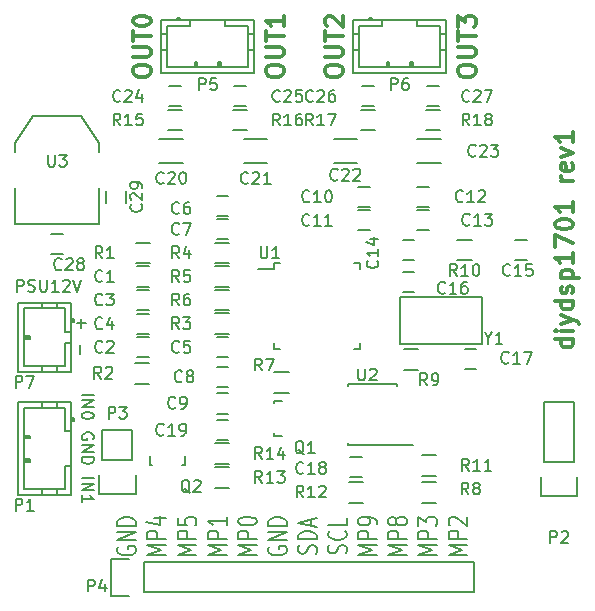
<source format=gto>
G04 #@! TF.FileFunction,Legend,Top*
%FSLAX46Y46*%
G04 Gerber Fmt 4.6, Leading zero omitted, Abs format (unit mm)*
G04 Created by KiCad (PCBNEW 4.0.4-stable) date 11/14/16 21:20:41*
%MOMM*%
%LPD*%
G01*
G04 APERTURE LIST*
%ADD10C,0.100000*%
%ADD11C,0.150000*%
%ADD12C,0.300000*%
G04 APERTURE END LIST*
D10*
D11*
X50474571Y-41275048D02*
X50474571Y-42036953D01*
X50165048Y-39441429D02*
X50926953Y-39441429D01*
X50546001Y-39822381D02*
X50546001Y-39060476D01*
X53675000Y-58414285D02*
X53598810Y-58528571D01*
X53598810Y-58700000D01*
X53675000Y-58871428D01*
X53827381Y-58985714D01*
X53979762Y-59042857D01*
X54284524Y-59100000D01*
X54513095Y-59100000D01*
X54817857Y-59042857D01*
X54970238Y-58985714D01*
X55122619Y-58871428D01*
X55198810Y-58700000D01*
X55198810Y-58585714D01*
X55122619Y-58414285D01*
X55046429Y-58357142D01*
X54513095Y-58357142D01*
X54513095Y-58585714D01*
X55198810Y-57842857D02*
X53598810Y-57842857D01*
X55198810Y-57157142D01*
X53598810Y-57157142D01*
X55198810Y-56585714D02*
X53598810Y-56585714D01*
X53598810Y-56299999D01*
X53675000Y-56128571D01*
X53827381Y-56014285D01*
X53979762Y-55957142D01*
X54284524Y-55899999D01*
X54513095Y-55899999D01*
X54817857Y-55957142D01*
X54970238Y-56014285D01*
X55122619Y-56128571D01*
X55198810Y-56299999D01*
X55198810Y-56585714D01*
X57748810Y-59071429D02*
X56148810Y-59071429D01*
X57291667Y-58671429D01*
X56148810Y-58271429D01*
X57748810Y-58271429D01*
X57748810Y-57700000D02*
X56148810Y-57700000D01*
X56148810Y-57242857D01*
X56225000Y-57128571D01*
X56301190Y-57071428D01*
X56453571Y-57014285D01*
X56682143Y-57014285D01*
X56834524Y-57071428D01*
X56910714Y-57128571D01*
X56986905Y-57242857D01*
X56986905Y-57700000D01*
X56682143Y-55985714D02*
X57748810Y-55985714D01*
X56072619Y-56271428D02*
X57215476Y-56557143D01*
X57215476Y-55814285D01*
X60298810Y-59071429D02*
X58698810Y-59071429D01*
X59841667Y-58671429D01*
X58698810Y-58271429D01*
X60298810Y-58271429D01*
X60298810Y-57700000D02*
X58698810Y-57700000D01*
X58698810Y-57242857D01*
X58775000Y-57128571D01*
X58851190Y-57071428D01*
X59003571Y-57014285D01*
X59232143Y-57014285D01*
X59384524Y-57071428D01*
X59460714Y-57128571D01*
X59536905Y-57242857D01*
X59536905Y-57700000D01*
X58698810Y-55928571D02*
X58698810Y-56500000D01*
X59460714Y-56557143D01*
X59384524Y-56500000D01*
X59308333Y-56385714D01*
X59308333Y-56100000D01*
X59384524Y-55985714D01*
X59460714Y-55928571D01*
X59613095Y-55871428D01*
X59994048Y-55871428D01*
X60146429Y-55928571D01*
X60222619Y-55985714D01*
X60298810Y-56100000D01*
X60298810Y-56385714D01*
X60222619Y-56500000D01*
X60146429Y-56557143D01*
X62848810Y-59071429D02*
X61248810Y-59071429D01*
X62391667Y-58671429D01*
X61248810Y-58271429D01*
X62848810Y-58271429D01*
X62848810Y-57700000D02*
X61248810Y-57700000D01*
X61248810Y-57242857D01*
X61325000Y-57128571D01*
X61401190Y-57071428D01*
X61553571Y-57014285D01*
X61782143Y-57014285D01*
X61934524Y-57071428D01*
X62010714Y-57128571D01*
X62086905Y-57242857D01*
X62086905Y-57700000D01*
X62848810Y-55871428D02*
X62848810Y-56557143D01*
X62848810Y-56214285D02*
X61248810Y-56214285D01*
X61477381Y-56328571D01*
X61629762Y-56442857D01*
X61705952Y-56557143D01*
X65398810Y-59071429D02*
X63798810Y-59071429D01*
X64941667Y-58671429D01*
X63798810Y-58271429D01*
X65398810Y-58271429D01*
X65398810Y-57700000D02*
X63798810Y-57700000D01*
X63798810Y-57242857D01*
X63875000Y-57128571D01*
X63951190Y-57071428D01*
X64103571Y-57014285D01*
X64332143Y-57014285D01*
X64484524Y-57071428D01*
X64560714Y-57128571D01*
X64636905Y-57242857D01*
X64636905Y-57700000D01*
X63798810Y-56271428D02*
X63798810Y-56157143D01*
X63875000Y-56042857D01*
X63951190Y-55985714D01*
X64103571Y-55928571D01*
X64408333Y-55871428D01*
X64789286Y-55871428D01*
X65094048Y-55928571D01*
X65246429Y-55985714D01*
X65322619Y-56042857D01*
X65398810Y-56157143D01*
X65398810Y-56271428D01*
X65322619Y-56385714D01*
X65246429Y-56442857D01*
X65094048Y-56500000D01*
X64789286Y-56557143D01*
X64408333Y-56557143D01*
X64103571Y-56500000D01*
X63951190Y-56442857D01*
X63875000Y-56385714D01*
X63798810Y-56271428D01*
X66425000Y-58414285D02*
X66348810Y-58528571D01*
X66348810Y-58700000D01*
X66425000Y-58871428D01*
X66577381Y-58985714D01*
X66729762Y-59042857D01*
X67034524Y-59100000D01*
X67263095Y-59100000D01*
X67567857Y-59042857D01*
X67720238Y-58985714D01*
X67872619Y-58871428D01*
X67948810Y-58700000D01*
X67948810Y-58585714D01*
X67872619Y-58414285D01*
X67796429Y-58357142D01*
X67263095Y-58357142D01*
X67263095Y-58585714D01*
X67948810Y-57842857D02*
X66348810Y-57842857D01*
X67948810Y-57157142D01*
X66348810Y-57157142D01*
X67948810Y-56585714D02*
X66348810Y-56585714D01*
X66348810Y-56299999D01*
X66425000Y-56128571D01*
X66577381Y-56014285D01*
X66729762Y-55957142D01*
X67034524Y-55899999D01*
X67263095Y-55899999D01*
X67567857Y-55957142D01*
X67720238Y-56014285D01*
X67872619Y-56128571D01*
X67948810Y-56299999D01*
X67948810Y-56585714D01*
X70422619Y-58957143D02*
X70498810Y-58785714D01*
X70498810Y-58500000D01*
X70422619Y-58385714D01*
X70346429Y-58328571D01*
X70194048Y-58271428D01*
X70041667Y-58271428D01*
X69889286Y-58328571D01*
X69813095Y-58385714D01*
X69736905Y-58500000D01*
X69660714Y-58728571D01*
X69584524Y-58842857D01*
X69508333Y-58900000D01*
X69355952Y-58957143D01*
X69203571Y-58957143D01*
X69051190Y-58900000D01*
X68975000Y-58842857D01*
X68898810Y-58728571D01*
X68898810Y-58442857D01*
X68975000Y-58271428D01*
X70498810Y-57757143D02*
X68898810Y-57757143D01*
X68898810Y-57471428D01*
X68975000Y-57300000D01*
X69127381Y-57185714D01*
X69279762Y-57128571D01*
X69584524Y-57071428D01*
X69813095Y-57071428D01*
X70117857Y-57128571D01*
X70270238Y-57185714D01*
X70422619Y-57300000D01*
X70498810Y-57471428D01*
X70498810Y-57757143D01*
X70041667Y-56614286D02*
X70041667Y-56042857D01*
X70498810Y-56728571D02*
X68898810Y-56328571D01*
X70498810Y-55928571D01*
X72972619Y-58928572D02*
X73048810Y-58757143D01*
X73048810Y-58471429D01*
X72972619Y-58357143D01*
X72896429Y-58300000D01*
X72744048Y-58242857D01*
X72591667Y-58242857D01*
X72439286Y-58300000D01*
X72363095Y-58357143D01*
X72286905Y-58471429D01*
X72210714Y-58700000D01*
X72134524Y-58814286D01*
X72058333Y-58871429D01*
X71905952Y-58928572D01*
X71753571Y-58928572D01*
X71601190Y-58871429D01*
X71525000Y-58814286D01*
X71448810Y-58700000D01*
X71448810Y-58414286D01*
X71525000Y-58242857D01*
X72896429Y-57042857D02*
X72972619Y-57100000D01*
X73048810Y-57271429D01*
X73048810Y-57385715D01*
X72972619Y-57557143D01*
X72820238Y-57671429D01*
X72667857Y-57728572D01*
X72363095Y-57785715D01*
X72134524Y-57785715D01*
X71829762Y-57728572D01*
X71677381Y-57671429D01*
X71525000Y-57557143D01*
X71448810Y-57385715D01*
X71448810Y-57271429D01*
X71525000Y-57100000D01*
X71601190Y-57042857D01*
X73048810Y-55957143D02*
X73048810Y-56528572D01*
X71448810Y-56528572D01*
X75598810Y-59071429D02*
X73998810Y-59071429D01*
X75141667Y-58671429D01*
X73998810Y-58271429D01*
X75598810Y-58271429D01*
X75598810Y-57700000D02*
X73998810Y-57700000D01*
X73998810Y-57242857D01*
X74075000Y-57128571D01*
X74151190Y-57071428D01*
X74303571Y-57014285D01*
X74532143Y-57014285D01*
X74684524Y-57071428D01*
X74760714Y-57128571D01*
X74836905Y-57242857D01*
X74836905Y-57700000D01*
X75598810Y-56442857D02*
X75598810Y-56214285D01*
X75522619Y-56100000D01*
X75446429Y-56042857D01*
X75217857Y-55928571D01*
X74913095Y-55871428D01*
X74303571Y-55871428D01*
X74151190Y-55928571D01*
X74075000Y-55985714D01*
X73998810Y-56100000D01*
X73998810Y-56328571D01*
X74075000Y-56442857D01*
X74151190Y-56500000D01*
X74303571Y-56557143D01*
X74684524Y-56557143D01*
X74836905Y-56500000D01*
X74913095Y-56442857D01*
X74989286Y-56328571D01*
X74989286Y-56100000D01*
X74913095Y-55985714D01*
X74836905Y-55928571D01*
X74684524Y-55871428D01*
X78148810Y-59071429D02*
X76548810Y-59071429D01*
X77691667Y-58671429D01*
X76548810Y-58271429D01*
X78148810Y-58271429D01*
X78148810Y-57700000D02*
X76548810Y-57700000D01*
X76548810Y-57242857D01*
X76625000Y-57128571D01*
X76701190Y-57071428D01*
X76853571Y-57014285D01*
X77082143Y-57014285D01*
X77234524Y-57071428D01*
X77310714Y-57128571D01*
X77386905Y-57242857D01*
X77386905Y-57700000D01*
X77234524Y-56328571D02*
X77158333Y-56442857D01*
X77082143Y-56500000D01*
X76929762Y-56557143D01*
X76853571Y-56557143D01*
X76701190Y-56500000D01*
X76625000Y-56442857D01*
X76548810Y-56328571D01*
X76548810Y-56100000D01*
X76625000Y-55985714D01*
X76701190Y-55928571D01*
X76853571Y-55871428D01*
X76929762Y-55871428D01*
X77082143Y-55928571D01*
X77158333Y-55985714D01*
X77234524Y-56100000D01*
X77234524Y-56328571D01*
X77310714Y-56442857D01*
X77386905Y-56500000D01*
X77539286Y-56557143D01*
X77844048Y-56557143D01*
X77996429Y-56500000D01*
X78072619Y-56442857D01*
X78148810Y-56328571D01*
X78148810Y-56100000D01*
X78072619Y-55985714D01*
X77996429Y-55928571D01*
X77844048Y-55871428D01*
X77539286Y-55871428D01*
X77386905Y-55928571D01*
X77310714Y-55985714D01*
X77234524Y-56100000D01*
X80698810Y-59071429D02*
X79098810Y-59071429D01*
X80241667Y-58671429D01*
X79098810Y-58271429D01*
X80698810Y-58271429D01*
X80698810Y-57700000D02*
X79098810Y-57700000D01*
X79098810Y-57242857D01*
X79175000Y-57128571D01*
X79251190Y-57071428D01*
X79403571Y-57014285D01*
X79632143Y-57014285D01*
X79784524Y-57071428D01*
X79860714Y-57128571D01*
X79936905Y-57242857D01*
X79936905Y-57700000D01*
X79098810Y-56614285D02*
X79098810Y-55871428D01*
X79708333Y-56271428D01*
X79708333Y-56100000D01*
X79784524Y-55985714D01*
X79860714Y-55928571D01*
X80013095Y-55871428D01*
X80394048Y-55871428D01*
X80546429Y-55928571D01*
X80622619Y-55985714D01*
X80698810Y-56100000D01*
X80698810Y-56442857D01*
X80622619Y-56557143D01*
X80546429Y-56614285D01*
X83248810Y-59071429D02*
X81648810Y-59071429D01*
X82791667Y-58671429D01*
X81648810Y-58271429D01*
X83248810Y-58271429D01*
X83248810Y-57700000D02*
X81648810Y-57700000D01*
X81648810Y-57242857D01*
X81725000Y-57128571D01*
X81801190Y-57071428D01*
X81953571Y-57014285D01*
X82182143Y-57014285D01*
X82334524Y-57071428D01*
X82410714Y-57128571D01*
X82486905Y-57242857D01*
X82486905Y-57700000D01*
X81801190Y-56557143D02*
X81725000Y-56500000D01*
X81648810Y-56385714D01*
X81648810Y-56100000D01*
X81725000Y-55985714D01*
X81801190Y-55928571D01*
X81953571Y-55871428D01*
X82105952Y-55871428D01*
X82334524Y-55928571D01*
X83248810Y-56614285D01*
X83248810Y-55871428D01*
D12*
X82428571Y-18214286D02*
X82428571Y-17928572D01*
X82500000Y-17785714D01*
X82642857Y-17642857D01*
X82928571Y-17571429D01*
X83428571Y-17571429D01*
X83714286Y-17642857D01*
X83857143Y-17785714D01*
X83928571Y-17928572D01*
X83928571Y-18214286D01*
X83857143Y-18357143D01*
X83714286Y-18500000D01*
X83428571Y-18571429D01*
X82928571Y-18571429D01*
X82642857Y-18500000D01*
X82500000Y-18357143D01*
X82428571Y-18214286D01*
X82428571Y-16928571D02*
X83642857Y-16928571D01*
X83785714Y-16857143D01*
X83857143Y-16785714D01*
X83928571Y-16642857D01*
X83928571Y-16357143D01*
X83857143Y-16214285D01*
X83785714Y-16142857D01*
X83642857Y-16071428D01*
X82428571Y-16071428D01*
X82428571Y-15571428D02*
X82428571Y-14714285D01*
X83928571Y-15142856D02*
X82428571Y-15142856D01*
X82428571Y-14357142D02*
X82428571Y-13428571D01*
X83000000Y-13928571D01*
X83000000Y-13714285D01*
X83071429Y-13571428D01*
X83142857Y-13499999D01*
X83285714Y-13428571D01*
X83642857Y-13428571D01*
X83785714Y-13499999D01*
X83857143Y-13571428D01*
X83928571Y-13714285D01*
X83928571Y-14142857D01*
X83857143Y-14285714D01*
X83785714Y-14357142D01*
X71178571Y-18214286D02*
X71178571Y-17928572D01*
X71250000Y-17785714D01*
X71392857Y-17642857D01*
X71678571Y-17571429D01*
X72178571Y-17571429D01*
X72464286Y-17642857D01*
X72607143Y-17785714D01*
X72678571Y-17928572D01*
X72678571Y-18214286D01*
X72607143Y-18357143D01*
X72464286Y-18500000D01*
X72178571Y-18571429D01*
X71678571Y-18571429D01*
X71392857Y-18500000D01*
X71250000Y-18357143D01*
X71178571Y-18214286D01*
X71178571Y-16928571D02*
X72392857Y-16928571D01*
X72535714Y-16857143D01*
X72607143Y-16785714D01*
X72678571Y-16642857D01*
X72678571Y-16357143D01*
X72607143Y-16214285D01*
X72535714Y-16142857D01*
X72392857Y-16071428D01*
X71178571Y-16071428D01*
X71178571Y-15571428D02*
X71178571Y-14714285D01*
X72678571Y-15142856D02*
X71178571Y-15142856D01*
X71321429Y-14285714D02*
X71250000Y-14214285D01*
X71178571Y-14071428D01*
X71178571Y-13714285D01*
X71250000Y-13571428D01*
X71321429Y-13499999D01*
X71464286Y-13428571D01*
X71607143Y-13428571D01*
X71821429Y-13499999D01*
X72678571Y-14357142D01*
X72678571Y-13428571D01*
X54928571Y-18214286D02*
X54928571Y-17928572D01*
X55000000Y-17785714D01*
X55142857Y-17642857D01*
X55428571Y-17571429D01*
X55928571Y-17571429D01*
X56214286Y-17642857D01*
X56357143Y-17785714D01*
X56428571Y-17928572D01*
X56428571Y-18214286D01*
X56357143Y-18357143D01*
X56214286Y-18500000D01*
X55928571Y-18571429D01*
X55428571Y-18571429D01*
X55142857Y-18500000D01*
X55000000Y-18357143D01*
X54928571Y-18214286D01*
X54928571Y-16928571D02*
X56142857Y-16928571D01*
X56285714Y-16857143D01*
X56357143Y-16785714D01*
X56428571Y-16642857D01*
X56428571Y-16357143D01*
X56357143Y-16214285D01*
X56285714Y-16142857D01*
X56142857Y-16071428D01*
X54928571Y-16071428D01*
X54928571Y-15571428D02*
X54928571Y-14714285D01*
X56428571Y-15142856D02*
X54928571Y-15142856D01*
X54928571Y-13928571D02*
X54928571Y-13785714D01*
X55000000Y-13642857D01*
X55071429Y-13571428D01*
X55214286Y-13499999D01*
X55500000Y-13428571D01*
X55857143Y-13428571D01*
X56142857Y-13499999D01*
X56285714Y-13571428D01*
X56357143Y-13642857D01*
X56428571Y-13785714D01*
X56428571Y-13928571D01*
X56357143Y-14071428D01*
X56285714Y-14142857D01*
X56142857Y-14214285D01*
X55857143Y-14285714D01*
X55500000Y-14285714D01*
X55214286Y-14214285D01*
X55071429Y-14142857D01*
X55000000Y-14071428D01*
X54928571Y-13928571D01*
X66178571Y-18214286D02*
X66178571Y-17928572D01*
X66250000Y-17785714D01*
X66392857Y-17642857D01*
X66678571Y-17571429D01*
X67178571Y-17571429D01*
X67464286Y-17642857D01*
X67607143Y-17785714D01*
X67678571Y-17928572D01*
X67678571Y-18214286D01*
X67607143Y-18357143D01*
X67464286Y-18500000D01*
X67178571Y-18571429D01*
X66678571Y-18571429D01*
X66392857Y-18500000D01*
X66250000Y-18357143D01*
X66178571Y-18214286D01*
X66178571Y-16928571D02*
X67392857Y-16928571D01*
X67535714Y-16857143D01*
X67607143Y-16785714D01*
X67678571Y-16642857D01*
X67678571Y-16357143D01*
X67607143Y-16214285D01*
X67535714Y-16142857D01*
X67392857Y-16071428D01*
X66178571Y-16071428D01*
X66178571Y-15571428D02*
X66178571Y-14714285D01*
X67678571Y-15142856D02*
X66178571Y-15142856D01*
X67678571Y-13428571D02*
X67678571Y-14285714D01*
X67678571Y-13857142D02*
X66178571Y-13857142D01*
X66392857Y-13999999D01*
X66535714Y-14142857D01*
X66607143Y-14285714D01*
D11*
X45109143Y-36774381D02*
X45109143Y-35774381D01*
X45490096Y-35774381D01*
X45585334Y-35822000D01*
X45632953Y-35869619D01*
X45680572Y-35964857D01*
X45680572Y-36107714D01*
X45632953Y-36202952D01*
X45585334Y-36250571D01*
X45490096Y-36298190D01*
X45109143Y-36298190D01*
X46061524Y-36726762D02*
X46204381Y-36774381D01*
X46442477Y-36774381D01*
X46537715Y-36726762D01*
X46585334Y-36679143D01*
X46632953Y-36583905D01*
X46632953Y-36488667D01*
X46585334Y-36393429D01*
X46537715Y-36345810D01*
X46442477Y-36298190D01*
X46252000Y-36250571D01*
X46156762Y-36202952D01*
X46109143Y-36155333D01*
X46061524Y-36060095D01*
X46061524Y-35964857D01*
X46109143Y-35869619D01*
X46156762Y-35822000D01*
X46252000Y-35774381D01*
X46490096Y-35774381D01*
X46632953Y-35822000D01*
X47061524Y-35774381D02*
X47061524Y-36583905D01*
X47109143Y-36679143D01*
X47156762Y-36726762D01*
X47252000Y-36774381D01*
X47442477Y-36774381D01*
X47537715Y-36726762D01*
X47585334Y-36679143D01*
X47632953Y-36583905D01*
X47632953Y-35774381D01*
X48632953Y-36774381D02*
X48061524Y-36774381D01*
X48347238Y-36774381D02*
X48347238Y-35774381D01*
X48252000Y-35917238D01*
X48156762Y-36012476D01*
X48061524Y-36060095D01*
X49013905Y-35869619D02*
X49061524Y-35822000D01*
X49156762Y-35774381D01*
X49394858Y-35774381D01*
X49490096Y-35822000D01*
X49537715Y-35869619D01*
X49585334Y-35964857D01*
X49585334Y-36060095D01*
X49537715Y-36202952D01*
X48966286Y-36774381D01*
X49585334Y-36774381D01*
X49871048Y-35774381D02*
X50204381Y-36774381D01*
X50537715Y-35774381D01*
X50601619Y-45514191D02*
X51601619Y-45514191D01*
X50601619Y-45990381D02*
X51601619Y-45990381D01*
X50601619Y-46561810D01*
X51601619Y-46561810D01*
X51601619Y-47228476D02*
X51601619Y-47323715D01*
X51554000Y-47418953D01*
X51506381Y-47466572D01*
X51411143Y-47514191D01*
X51220667Y-47561810D01*
X50982571Y-47561810D01*
X50792095Y-47514191D01*
X50696857Y-47466572D01*
X50649238Y-47418953D01*
X50601619Y-47323715D01*
X50601619Y-47228476D01*
X50649238Y-47133238D01*
X50696857Y-47085619D01*
X50792095Y-47038000D01*
X50982571Y-46990381D01*
X51220667Y-46990381D01*
X51411143Y-47038000D01*
X51506381Y-47085619D01*
X51554000Y-47133238D01*
X51601619Y-47228476D01*
X51554000Y-49276096D02*
X51601619Y-49180858D01*
X51601619Y-49038001D01*
X51554000Y-48895143D01*
X51458762Y-48799905D01*
X51363524Y-48752286D01*
X51173048Y-48704667D01*
X51030190Y-48704667D01*
X50839714Y-48752286D01*
X50744476Y-48799905D01*
X50649238Y-48895143D01*
X50601619Y-49038001D01*
X50601619Y-49133239D01*
X50649238Y-49276096D01*
X50696857Y-49323715D01*
X51030190Y-49323715D01*
X51030190Y-49133239D01*
X50601619Y-49752286D02*
X51601619Y-49752286D01*
X50601619Y-50323715D01*
X51601619Y-50323715D01*
X50601619Y-50799905D02*
X51601619Y-50799905D01*
X51601619Y-51038000D01*
X51554000Y-51180858D01*
X51458762Y-51276096D01*
X51363524Y-51323715D01*
X51173048Y-51371334D01*
X51030190Y-51371334D01*
X50839714Y-51323715D01*
X50744476Y-51276096D01*
X50649238Y-51180858D01*
X50601619Y-51038000D01*
X50601619Y-50799905D01*
X50601619Y-52561810D02*
X51601619Y-52561810D01*
X50601619Y-53038000D02*
X51601619Y-53038000D01*
X50601619Y-53609429D01*
X51601619Y-53609429D01*
X50601619Y-54609429D02*
X50601619Y-54038000D01*
X50601619Y-54323714D02*
X51601619Y-54323714D01*
X51458762Y-54228476D01*
X51363524Y-54133238D01*
X51315905Y-54038000D01*
D12*
X92178571Y-40785712D02*
X90678571Y-40785712D01*
X92107143Y-40785712D02*
X92178571Y-40928569D01*
X92178571Y-41214283D01*
X92107143Y-41357141D01*
X92035714Y-41428569D01*
X91892857Y-41499998D01*
X91464286Y-41499998D01*
X91321429Y-41428569D01*
X91250000Y-41357141D01*
X91178571Y-41214283D01*
X91178571Y-40928569D01*
X91250000Y-40785712D01*
X92178571Y-40071426D02*
X91178571Y-40071426D01*
X90678571Y-40071426D02*
X90750000Y-40142855D01*
X90821429Y-40071426D01*
X90750000Y-39999998D01*
X90678571Y-40071426D01*
X90821429Y-40071426D01*
X91178571Y-39499997D02*
X92178571Y-39142854D01*
X91178571Y-38785712D02*
X92178571Y-39142854D01*
X92535714Y-39285712D01*
X92607143Y-39357140D01*
X92678571Y-39499997D01*
X92178571Y-37571426D02*
X90678571Y-37571426D01*
X92107143Y-37571426D02*
X92178571Y-37714283D01*
X92178571Y-37999997D01*
X92107143Y-38142855D01*
X92035714Y-38214283D01*
X91892857Y-38285712D01*
X91464286Y-38285712D01*
X91321429Y-38214283D01*
X91250000Y-38142855D01*
X91178571Y-37999997D01*
X91178571Y-37714283D01*
X91250000Y-37571426D01*
X92107143Y-36928569D02*
X92178571Y-36785712D01*
X92178571Y-36499997D01*
X92107143Y-36357140D01*
X91964286Y-36285712D01*
X91892857Y-36285712D01*
X91750000Y-36357140D01*
X91678571Y-36499997D01*
X91678571Y-36714283D01*
X91607143Y-36857140D01*
X91464286Y-36928569D01*
X91392857Y-36928569D01*
X91250000Y-36857140D01*
X91178571Y-36714283D01*
X91178571Y-36499997D01*
X91250000Y-36357140D01*
X91178571Y-35642854D02*
X92678571Y-35642854D01*
X91250000Y-35642854D02*
X91178571Y-35499997D01*
X91178571Y-35214283D01*
X91250000Y-35071426D01*
X91321429Y-34999997D01*
X91464286Y-34928568D01*
X91892857Y-34928568D01*
X92035714Y-34999997D01*
X92107143Y-35071426D01*
X92178571Y-35214283D01*
X92178571Y-35499997D01*
X92107143Y-35642854D01*
X92178571Y-33499997D02*
X92178571Y-34357140D01*
X92178571Y-33928568D02*
X90678571Y-33928568D01*
X90892857Y-34071425D01*
X91035714Y-34214283D01*
X91107143Y-34357140D01*
X90678571Y-32999997D02*
X90678571Y-31999997D01*
X92178571Y-32642854D01*
X90678571Y-31142855D02*
X90678571Y-30999998D01*
X90750000Y-30857141D01*
X90821429Y-30785712D01*
X90964286Y-30714283D01*
X91250000Y-30642855D01*
X91607143Y-30642855D01*
X91892857Y-30714283D01*
X92035714Y-30785712D01*
X92107143Y-30857141D01*
X92178571Y-30999998D01*
X92178571Y-31142855D01*
X92107143Y-31285712D01*
X92035714Y-31357141D01*
X91892857Y-31428569D01*
X91607143Y-31499998D01*
X91250000Y-31499998D01*
X90964286Y-31428569D01*
X90821429Y-31357141D01*
X90750000Y-31285712D01*
X90678571Y-31142855D01*
X92178571Y-29214284D02*
X92178571Y-30071427D01*
X92178571Y-29642855D02*
X90678571Y-29642855D01*
X90892857Y-29785712D01*
X91035714Y-29928570D01*
X91107143Y-30071427D01*
X92178571Y-27428570D02*
X91178571Y-27428570D01*
X91464286Y-27428570D02*
X91321429Y-27357142D01*
X91250000Y-27285713D01*
X91178571Y-27142856D01*
X91178571Y-26999999D01*
X92107143Y-25928571D02*
X92178571Y-26071428D01*
X92178571Y-26357142D01*
X92107143Y-26499999D01*
X91964286Y-26571428D01*
X91392857Y-26571428D01*
X91250000Y-26499999D01*
X91178571Y-26357142D01*
X91178571Y-26071428D01*
X91250000Y-25928571D01*
X91392857Y-25857142D01*
X91535714Y-25857142D01*
X91678571Y-26571428D01*
X91178571Y-25357142D02*
X92178571Y-24999999D01*
X91178571Y-24642857D01*
X92178571Y-23285714D02*
X92178571Y-24142857D01*
X92178571Y-23714285D02*
X90678571Y-23714285D01*
X90892857Y-23857142D01*
X91035714Y-24000000D01*
X91107143Y-24142857D01*
D11*
X45206000Y-37706000D02*
X49706000Y-37706000D01*
X49706000Y-37706000D02*
X49706000Y-43606000D01*
X49706000Y-43606000D02*
X45206000Y-43606000D01*
X45206000Y-43606000D02*
X45206000Y-37706000D01*
X49706000Y-40156000D02*
X49206000Y-40156000D01*
X49206000Y-40156000D02*
X49206000Y-38206000D01*
X49206000Y-38206000D02*
X45706000Y-38206000D01*
X45706000Y-38206000D02*
X45706000Y-43106000D01*
X45706000Y-43106000D02*
X49206000Y-43106000D01*
X49206000Y-43106000D02*
X49206000Y-41156000D01*
X49206000Y-41156000D02*
X49706000Y-41156000D01*
X48506000Y-37706000D02*
X48506000Y-38206000D01*
X47206000Y-37706000D02*
X47206000Y-38206000D01*
X48506000Y-43106000D02*
X48506000Y-43606000D01*
X47206000Y-43106000D02*
X47206000Y-43606000D01*
X49706000Y-39356000D02*
X49906000Y-39356000D01*
X49906000Y-39356000D02*
X49906000Y-39056000D01*
X49906000Y-39056000D02*
X49706000Y-39056000D01*
X49806000Y-39356000D02*
X49806000Y-39056000D01*
X45706000Y-40556000D02*
X46206000Y-40556000D01*
X46206000Y-40556000D02*
X46206000Y-40756000D01*
X46206000Y-40756000D02*
X45706000Y-40756000D01*
X45706000Y-40656000D02*
X46206000Y-40656000D01*
X66875000Y-34375000D02*
X66875000Y-34825000D01*
X74125000Y-34375000D02*
X74125000Y-34900000D01*
X74125000Y-41625000D02*
X74125000Y-41100000D01*
X66875000Y-41625000D02*
X66875000Y-41100000D01*
X66875000Y-34375000D02*
X67400000Y-34375000D01*
X66875000Y-41625000D02*
X67400000Y-41625000D01*
X74125000Y-41625000D02*
X73600000Y-41625000D01*
X74125000Y-34375000D02*
X73600000Y-34375000D01*
X66875000Y-34825000D02*
X65500000Y-34825000D01*
X56250000Y-34650000D02*
X55250000Y-34650000D01*
X55250000Y-36350000D02*
X56250000Y-36350000D01*
X56250000Y-40650000D02*
X55250000Y-40650000D01*
X55250000Y-42350000D02*
X56250000Y-42350000D01*
X56250000Y-36650000D02*
X55250000Y-36650000D01*
X55250000Y-38350000D02*
X56250000Y-38350000D01*
X56250000Y-38650000D02*
X55250000Y-38650000D01*
X55250000Y-40350000D02*
X56250000Y-40350000D01*
X62000000Y-42350000D02*
X63000000Y-42350000D01*
X63000000Y-40650000D02*
X62000000Y-40650000D01*
X62000000Y-30350000D02*
X63000000Y-30350000D01*
X63000000Y-28650000D02*
X62000000Y-28650000D01*
X62000000Y-32350000D02*
X63000000Y-32350000D01*
X63000000Y-30650000D02*
X62000000Y-30650000D01*
X62000000Y-44850000D02*
X63000000Y-44850000D01*
X63000000Y-43150000D02*
X62000000Y-43150000D01*
X62000000Y-47100000D02*
X63000000Y-47100000D01*
X63000000Y-45400000D02*
X62000000Y-45400000D01*
X75000000Y-27900000D02*
X74000000Y-27900000D01*
X74000000Y-29600000D02*
X75000000Y-29600000D01*
X74000000Y-31600000D02*
X75000000Y-31600000D01*
X75000000Y-29900000D02*
X74000000Y-29900000D01*
X80000000Y-27900000D02*
X79000000Y-27900000D01*
X79000000Y-29600000D02*
X80000000Y-29600000D01*
X79000000Y-31600000D02*
X80000000Y-31600000D01*
X80000000Y-29900000D02*
X79000000Y-29900000D01*
X78750000Y-32400000D02*
X77750000Y-32400000D01*
X77750000Y-34100000D02*
X78750000Y-34100000D01*
X87250000Y-34100000D02*
X88250000Y-34100000D01*
X88250000Y-32400000D02*
X87250000Y-32400000D01*
X78750000Y-35150000D02*
X77750000Y-35150000D01*
X77750000Y-36850000D02*
X78750000Y-36850000D01*
X84000000Y-41650000D02*
X83000000Y-41650000D01*
X83000000Y-43350000D02*
X84000000Y-43350000D01*
X74300000Y-50750000D02*
X73300000Y-50750000D01*
X73300000Y-52450000D02*
X74300000Y-52450000D01*
X62000000Y-49350000D02*
X63000000Y-49350000D01*
X63000000Y-47650000D02*
X62000000Y-47650000D01*
X58000000Y-21100000D02*
X59000000Y-21100000D01*
X59000000Y-19400000D02*
X58000000Y-19400000D01*
X64500000Y-19400000D02*
X63500000Y-19400000D01*
X63500000Y-21100000D02*
X64500000Y-21100000D01*
X45206000Y-46120000D02*
X49706000Y-46120000D01*
X49706000Y-46120000D02*
X49706000Y-54020000D01*
X49706000Y-54020000D02*
X45206000Y-54020000D01*
X45206000Y-54020000D02*
X45206000Y-46120000D01*
X49706000Y-48570000D02*
X49206000Y-48570000D01*
X49206000Y-48570000D02*
X49206000Y-46620000D01*
X49206000Y-46620000D02*
X45706000Y-46620000D01*
X45706000Y-46620000D02*
X45706000Y-53520000D01*
X45706000Y-53520000D02*
X49206000Y-53520000D01*
X49206000Y-53520000D02*
X49206000Y-51570000D01*
X49206000Y-51570000D02*
X49706000Y-51570000D01*
X48506000Y-46120000D02*
X48506000Y-46620000D01*
X47206000Y-46120000D02*
X47206000Y-46620000D01*
X48506000Y-53520000D02*
X48506000Y-54020000D01*
X47206000Y-53520000D02*
X47206000Y-54020000D01*
X49706000Y-47770000D02*
X49906000Y-47770000D01*
X49906000Y-47770000D02*
X49906000Y-47470000D01*
X49906000Y-47470000D02*
X49706000Y-47470000D01*
X49806000Y-47770000D02*
X49806000Y-47470000D01*
X45706000Y-48970000D02*
X46206000Y-48970000D01*
X46206000Y-48970000D02*
X46206000Y-49170000D01*
X46206000Y-49170000D02*
X45706000Y-49170000D01*
X45706000Y-49070000D02*
X46206000Y-49070000D01*
X45706000Y-50970000D02*
X46206000Y-50970000D01*
X46206000Y-50970000D02*
X46206000Y-51170000D01*
X46206000Y-51170000D02*
X45706000Y-51170000D01*
X45706000Y-51070000D02*
X46206000Y-51070000D01*
X55150000Y-32625000D02*
X56350000Y-32625000D01*
X56350000Y-34375000D02*
X55150000Y-34375000D01*
X61900000Y-38625000D02*
X63100000Y-38625000D01*
X63100000Y-40375000D02*
X61900000Y-40375000D01*
X61900000Y-32625000D02*
X63100000Y-32625000D01*
X63100000Y-34375000D02*
X61900000Y-34375000D01*
X61900000Y-34625000D02*
X63100000Y-34625000D01*
X63100000Y-36375000D02*
X61900000Y-36375000D01*
X61900000Y-36625000D02*
X63100000Y-36625000D01*
X63100000Y-38375000D02*
X61900000Y-38375000D01*
X68100000Y-45375000D02*
X66900000Y-45375000D01*
X66900000Y-43625000D02*
X68100000Y-43625000D01*
X80600000Y-54675000D02*
X79400000Y-54675000D01*
X79400000Y-52925000D02*
X80600000Y-52925000D01*
X77900000Y-41625000D02*
X79100000Y-41625000D01*
X79100000Y-43375000D02*
X77900000Y-43375000D01*
X82400000Y-32375000D02*
X83600000Y-32375000D01*
X83600000Y-34125000D02*
X82400000Y-34125000D01*
X80600000Y-52375000D02*
X79400000Y-52375000D01*
X79400000Y-50625000D02*
X80600000Y-50625000D01*
X74400000Y-54675000D02*
X73200000Y-54675000D01*
X73200000Y-52925000D02*
X74400000Y-52925000D01*
X63100000Y-53375000D02*
X61900000Y-53375000D01*
X61900000Y-51625000D02*
X63100000Y-51625000D01*
X63100000Y-51375000D02*
X61900000Y-51375000D01*
X61900000Y-49625000D02*
X63100000Y-49625000D01*
X77275000Y-49775000D02*
X77275000Y-49725000D01*
X73125000Y-49775000D02*
X73125000Y-49630000D01*
X73125000Y-44625000D02*
X73125000Y-44770000D01*
X77275000Y-44625000D02*
X77275000Y-44770000D01*
X77275000Y-49775000D02*
X73125000Y-49775000D01*
X77275000Y-44625000D02*
X73125000Y-44625000D01*
X77275000Y-49725000D02*
X78675000Y-49725000D01*
X57900000Y-21375000D02*
X59100000Y-21375000D01*
X59100000Y-23125000D02*
X57900000Y-23125000D01*
X74300000Y-21100000D02*
X75300000Y-21100000D01*
X75300000Y-19400000D02*
X74300000Y-19400000D01*
X80800000Y-19400000D02*
X79800000Y-19400000D01*
X79800000Y-21100000D02*
X80800000Y-21100000D01*
X59345820Y-50726340D02*
X59345820Y-51427380D01*
X59345820Y-51427380D02*
X59096900Y-51427380D01*
X56546840Y-51427380D02*
X56346180Y-51427380D01*
X56346180Y-51427380D02*
X56346180Y-50726340D01*
X64600000Y-23125000D02*
X63400000Y-23125000D01*
X63400000Y-21375000D02*
X64600000Y-21375000D01*
X74200000Y-21375000D02*
X75400000Y-21375000D01*
X75400000Y-23125000D02*
X74200000Y-23125000D01*
X80900000Y-23125000D02*
X79700000Y-23125000D01*
X79700000Y-21375000D02*
X80900000Y-21375000D01*
X67550800Y-48999820D02*
X66849760Y-48999820D01*
X66849760Y-48999820D02*
X66849760Y-48750900D01*
X66849760Y-46200840D02*
X66849760Y-46000180D01*
X66849760Y-46000180D02*
X67550800Y-46000180D01*
X92270000Y-51230000D02*
X92270000Y-46150000D01*
X92270000Y-46150000D02*
X89730000Y-46150000D01*
X89730000Y-46150000D02*
X89730000Y-51230000D01*
X89450000Y-54050000D02*
X89450000Y-52500000D01*
X89730000Y-51230000D02*
X92270000Y-51230000D01*
X92550000Y-52500000D02*
X92550000Y-54050000D01*
X92550000Y-54050000D02*
X89450000Y-54050000D01*
X52324000Y-51054000D02*
X52324000Y-48514000D01*
X52044000Y-53874000D02*
X52044000Y-52324000D01*
X52324000Y-51054000D02*
X54864000Y-51054000D01*
X55144000Y-52324000D02*
X55144000Y-53874000D01*
X55144000Y-53874000D02*
X52044000Y-53874000D01*
X54864000Y-51054000D02*
X54864000Y-48514000D01*
X54864000Y-48514000D02*
X52324000Y-48514000D01*
X57300000Y-18300000D02*
X57300000Y-13800000D01*
X57300000Y-13800000D02*
X65200000Y-13800000D01*
X65200000Y-13800000D02*
X65200000Y-18300000D01*
X65200000Y-18300000D02*
X57300000Y-18300000D01*
X59750000Y-13800000D02*
X59750000Y-14300000D01*
X59750000Y-14300000D02*
X57800000Y-14300000D01*
X57800000Y-14300000D02*
X57800000Y-17800000D01*
X57800000Y-17800000D02*
X64700000Y-17800000D01*
X64700000Y-17800000D02*
X64700000Y-14300000D01*
X64700000Y-14300000D02*
X62750000Y-14300000D01*
X62750000Y-14300000D02*
X62750000Y-13800000D01*
X57300000Y-15000000D02*
X57800000Y-15000000D01*
X57300000Y-16300000D02*
X57800000Y-16300000D01*
X64700000Y-15000000D02*
X65200000Y-15000000D01*
X64700000Y-16300000D02*
X65200000Y-16300000D01*
X58950000Y-13800000D02*
X58950000Y-13600000D01*
X58950000Y-13600000D02*
X58650000Y-13600000D01*
X58650000Y-13600000D02*
X58650000Y-13800000D01*
X58950000Y-13700000D02*
X58650000Y-13700000D01*
X60150000Y-17800000D02*
X60150000Y-17300000D01*
X60150000Y-17300000D02*
X60350000Y-17300000D01*
X60350000Y-17300000D02*
X60350000Y-17800000D01*
X60250000Y-17800000D02*
X60250000Y-17300000D01*
X62150000Y-17800000D02*
X62150000Y-17300000D01*
X62150000Y-17300000D02*
X62350000Y-17300000D01*
X62350000Y-17300000D02*
X62350000Y-17800000D01*
X62250000Y-17800000D02*
X62250000Y-17300000D01*
X73550000Y-18300000D02*
X73550000Y-13800000D01*
X73550000Y-13800000D02*
X81450000Y-13800000D01*
X81450000Y-13800000D02*
X81450000Y-18300000D01*
X81450000Y-18300000D02*
X73550000Y-18300000D01*
X76000000Y-13800000D02*
X76000000Y-14300000D01*
X76000000Y-14300000D02*
X74050000Y-14300000D01*
X74050000Y-14300000D02*
X74050000Y-17800000D01*
X74050000Y-17800000D02*
X80950000Y-17800000D01*
X80950000Y-17800000D02*
X80950000Y-14300000D01*
X80950000Y-14300000D02*
X79000000Y-14300000D01*
X79000000Y-14300000D02*
X79000000Y-13800000D01*
X73550000Y-15000000D02*
X74050000Y-15000000D01*
X73550000Y-16300000D02*
X74050000Y-16300000D01*
X80950000Y-15000000D02*
X81450000Y-15000000D01*
X80950000Y-16300000D02*
X81450000Y-16300000D01*
X75200000Y-13800000D02*
X75200000Y-13600000D01*
X75200000Y-13600000D02*
X74900000Y-13600000D01*
X74900000Y-13600000D02*
X74900000Y-13800000D01*
X75200000Y-13700000D02*
X74900000Y-13700000D01*
X76400000Y-17800000D02*
X76400000Y-17300000D01*
X76400000Y-17300000D02*
X76600000Y-17300000D01*
X76600000Y-17300000D02*
X76600000Y-17800000D01*
X76500000Y-17800000D02*
X76500000Y-17300000D01*
X78400000Y-17800000D02*
X78400000Y-17300000D01*
X78400000Y-17300000D02*
X78600000Y-17300000D01*
X78600000Y-17300000D02*
X78600000Y-17800000D01*
X78500000Y-17800000D02*
X78500000Y-17300000D01*
X84500000Y-41250000D02*
X77500000Y-41250000D01*
X77500000Y-41250000D02*
X77500000Y-37250000D01*
X77500000Y-37250000D02*
X84500000Y-37250000D01*
X84500000Y-37250000D02*
X84500000Y-41250000D01*
X49020000Y-31904000D02*
X48020000Y-31904000D01*
X48020000Y-33604000D02*
X49020000Y-33604000D01*
X52650000Y-28250000D02*
X52650000Y-29250000D01*
X54350000Y-29250000D02*
X54350000Y-28250000D01*
X44944000Y-28024000D02*
X44944000Y-31072000D01*
X44944000Y-31072000D02*
X52056000Y-31072000D01*
X52056000Y-31072000D02*
X52056000Y-28024000D01*
X44944000Y-24976000D02*
X44944000Y-24214000D01*
X44944000Y-24214000D02*
X46468000Y-21928000D01*
X46468000Y-21928000D02*
X50532000Y-21928000D01*
X50532000Y-21928000D02*
X52056000Y-24214000D01*
X52056000Y-24214000D02*
X52056000Y-24976000D01*
X55880000Y-59690000D02*
X83820000Y-59690000D01*
X83820000Y-59690000D02*
X83820000Y-62230000D01*
X83820000Y-62230000D02*
X55880000Y-62230000D01*
X53060000Y-59410000D02*
X54610000Y-59410000D01*
X55880000Y-59690000D02*
X55880000Y-62230000D01*
X54610000Y-62510000D02*
X53060000Y-62510000D01*
X53060000Y-62510000D02*
X53060000Y-59410000D01*
X57166000Y-25917000D02*
X59166000Y-25917000D01*
X59166000Y-23867000D02*
X57166000Y-23867000D01*
X64310000Y-25917000D02*
X66310000Y-25917000D01*
X66310000Y-23867000D02*
X64310000Y-23867000D01*
X73930000Y-23867000D02*
X71930000Y-23867000D01*
X71930000Y-25917000D02*
X73930000Y-25917000D01*
X81000000Y-23867000D02*
X79000000Y-23867000D01*
X79000000Y-25917000D02*
X81000000Y-25917000D01*
X55106000Y-42813000D02*
X56306000Y-42813000D01*
X56306000Y-44563000D02*
X55106000Y-44563000D01*
X44981905Y-44902381D02*
X44981905Y-43902381D01*
X45362858Y-43902381D01*
X45458096Y-43950000D01*
X45505715Y-43997619D01*
X45553334Y-44092857D01*
X45553334Y-44235714D01*
X45505715Y-44330952D01*
X45458096Y-44378571D01*
X45362858Y-44426190D01*
X44981905Y-44426190D01*
X45886667Y-43902381D02*
X46553334Y-43902381D01*
X46124762Y-44902381D01*
X65738095Y-32952381D02*
X65738095Y-33761905D01*
X65785714Y-33857143D01*
X65833333Y-33904762D01*
X65928571Y-33952381D01*
X66119048Y-33952381D01*
X66214286Y-33904762D01*
X66261905Y-33857143D01*
X66309524Y-33761905D01*
X66309524Y-32952381D01*
X67309524Y-33952381D02*
X66738095Y-33952381D01*
X67023809Y-33952381D02*
X67023809Y-32952381D01*
X66928571Y-33095238D01*
X66833333Y-33190476D01*
X66738095Y-33238095D01*
X52333334Y-35857143D02*
X52285715Y-35904762D01*
X52142858Y-35952381D01*
X52047620Y-35952381D01*
X51904762Y-35904762D01*
X51809524Y-35809524D01*
X51761905Y-35714286D01*
X51714286Y-35523810D01*
X51714286Y-35380952D01*
X51761905Y-35190476D01*
X51809524Y-35095238D01*
X51904762Y-35000000D01*
X52047620Y-34952381D01*
X52142858Y-34952381D01*
X52285715Y-35000000D01*
X52333334Y-35047619D01*
X53285715Y-35952381D02*
X52714286Y-35952381D01*
X53000000Y-35952381D02*
X53000000Y-34952381D01*
X52904762Y-35095238D01*
X52809524Y-35190476D01*
X52714286Y-35238095D01*
X52333334Y-41857143D02*
X52285715Y-41904762D01*
X52142858Y-41952381D01*
X52047620Y-41952381D01*
X51904762Y-41904762D01*
X51809524Y-41809524D01*
X51761905Y-41714286D01*
X51714286Y-41523810D01*
X51714286Y-41380952D01*
X51761905Y-41190476D01*
X51809524Y-41095238D01*
X51904762Y-41000000D01*
X52047620Y-40952381D01*
X52142858Y-40952381D01*
X52285715Y-41000000D01*
X52333334Y-41047619D01*
X52714286Y-41047619D02*
X52761905Y-41000000D01*
X52857143Y-40952381D01*
X53095239Y-40952381D01*
X53190477Y-41000000D01*
X53238096Y-41047619D01*
X53285715Y-41142857D01*
X53285715Y-41238095D01*
X53238096Y-41380952D01*
X52666667Y-41952381D01*
X53285715Y-41952381D01*
X52333334Y-37857143D02*
X52285715Y-37904762D01*
X52142858Y-37952381D01*
X52047620Y-37952381D01*
X51904762Y-37904762D01*
X51809524Y-37809524D01*
X51761905Y-37714286D01*
X51714286Y-37523810D01*
X51714286Y-37380952D01*
X51761905Y-37190476D01*
X51809524Y-37095238D01*
X51904762Y-37000000D01*
X52047620Y-36952381D01*
X52142858Y-36952381D01*
X52285715Y-37000000D01*
X52333334Y-37047619D01*
X52666667Y-36952381D02*
X53285715Y-36952381D01*
X52952381Y-37333333D01*
X53095239Y-37333333D01*
X53190477Y-37380952D01*
X53238096Y-37428571D01*
X53285715Y-37523810D01*
X53285715Y-37761905D01*
X53238096Y-37857143D01*
X53190477Y-37904762D01*
X53095239Y-37952381D01*
X52809524Y-37952381D01*
X52714286Y-37904762D01*
X52666667Y-37857143D01*
X52333334Y-39857143D02*
X52285715Y-39904762D01*
X52142858Y-39952381D01*
X52047620Y-39952381D01*
X51904762Y-39904762D01*
X51809524Y-39809524D01*
X51761905Y-39714286D01*
X51714286Y-39523810D01*
X51714286Y-39380952D01*
X51761905Y-39190476D01*
X51809524Y-39095238D01*
X51904762Y-39000000D01*
X52047620Y-38952381D01*
X52142858Y-38952381D01*
X52285715Y-39000000D01*
X52333334Y-39047619D01*
X53190477Y-39285714D02*
X53190477Y-39952381D01*
X52952381Y-38904762D02*
X52714286Y-39619048D01*
X53333334Y-39619048D01*
X58833334Y-41857143D02*
X58785715Y-41904762D01*
X58642858Y-41952381D01*
X58547620Y-41952381D01*
X58404762Y-41904762D01*
X58309524Y-41809524D01*
X58261905Y-41714286D01*
X58214286Y-41523810D01*
X58214286Y-41380952D01*
X58261905Y-41190476D01*
X58309524Y-41095238D01*
X58404762Y-41000000D01*
X58547620Y-40952381D01*
X58642858Y-40952381D01*
X58785715Y-41000000D01*
X58833334Y-41047619D01*
X59738096Y-40952381D02*
X59261905Y-40952381D01*
X59214286Y-41428571D01*
X59261905Y-41380952D01*
X59357143Y-41333333D01*
X59595239Y-41333333D01*
X59690477Y-41380952D01*
X59738096Y-41428571D01*
X59785715Y-41523810D01*
X59785715Y-41761905D01*
X59738096Y-41857143D01*
X59690477Y-41904762D01*
X59595239Y-41952381D01*
X59357143Y-41952381D01*
X59261905Y-41904762D01*
X59214286Y-41857143D01*
X58833334Y-30107143D02*
X58785715Y-30154762D01*
X58642858Y-30202381D01*
X58547620Y-30202381D01*
X58404762Y-30154762D01*
X58309524Y-30059524D01*
X58261905Y-29964286D01*
X58214286Y-29773810D01*
X58214286Y-29630952D01*
X58261905Y-29440476D01*
X58309524Y-29345238D01*
X58404762Y-29250000D01*
X58547620Y-29202381D01*
X58642858Y-29202381D01*
X58785715Y-29250000D01*
X58833334Y-29297619D01*
X59690477Y-29202381D02*
X59500000Y-29202381D01*
X59404762Y-29250000D01*
X59357143Y-29297619D01*
X59261905Y-29440476D01*
X59214286Y-29630952D01*
X59214286Y-30011905D01*
X59261905Y-30107143D01*
X59309524Y-30154762D01*
X59404762Y-30202381D01*
X59595239Y-30202381D01*
X59690477Y-30154762D01*
X59738096Y-30107143D01*
X59785715Y-30011905D01*
X59785715Y-29773810D01*
X59738096Y-29678571D01*
X59690477Y-29630952D01*
X59595239Y-29583333D01*
X59404762Y-29583333D01*
X59309524Y-29630952D01*
X59261905Y-29678571D01*
X59214286Y-29773810D01*
X58833334Y-31857143D02*
X58785715Y-31904762D01*
X58642858Y-31952381D01*
X58547620Y-31952381D01*
X58404762Y-31904762D01*
X58309524Y-31809524D01*
X58261905Y-31714286D01*
X58214286Y-31523810D01*
X58214286Y-31380952D01*
X58261905Y-31190476D01*
X58309524Y-31095238D01*
X58404762Y-31000000D01*
X58547620Y-30952381D01*
X58642858Y-30952381D01*
X58785715Y-31000000D01*
X58833334Y-31047619D01*
X59166667Y-30952381D02*
X59833334Y-30952381D01*
X59404762Y-31952381D01*
X59083334Y-44357143D02*
X59035715Y-44404762D01*
X58892858Y-44452381D01*
X58797620Y-44452381D01*
X58654762Y-44404762D01*
X58559524Y-44309524D01*
X58511905Y-44214286D01*
X58464286Y-44023810D01*
X58464286Y-43880952D01*
X58511905Y-43690476D01*
X58559524Y-43595238D01*
X58654762Y-43500000D01*
X58797620Y-43452381D01*
X58892858Y-43452381D01*
X59035715Y-43500000D01*
X59083334Y-43547619D01*
X59654762Y-43880952D02*
X59559524Y-43833333D01*
X59511905Y-43785714D01*
X59464286Y-43690476D01*
X59464286Y-43642857D01*
X59511905Y-43547619D01*
X59559524Y-43500000D01*
X59654762Y-43452381D01*
X59845239Y-43452381D01*
X59940477Y-43500000D01*
X59988096Y-43547619D01*
X60035715Y-43642857D01*
X60035715Y-43690476D01*
X59988096Y-43785714D01*
X59940477Y-43833333D01*
X59845239Y-43880952D01*
X59654762Y-43880952D01*
X59559524Y-43928571D01*
X59511905Y-43976190D01*
X59464286Y-44071429D01*
X59464286Y-44261905D01*
X59511905Y-44357143D01*
X59559524Y-44404762D01*
X59654762Y-44452381D01*
X59845239Y-44452381D01*
X59940477Y-44404762D01*
X59988096Y-44357143D01*
X60035715Y-44261905D01*
X60035715Y-44071429D01*
X59988096Y-43976190D01*
X59940477Y-43928571D01*
X59845239Y-43880952D01*
X58507334Y-46585143D02*
X58459715Y-46632762D01*
X58316858Y-46680381D01*
X58221620Y-46680381D01*
X58078762Y-46632762D01*
X57983524Y-46537524D01*
X57935905Y-46442286D01*
X57888286Y-46251810D01*
X57888286Y-46108952D01*
X57935905Y-45918476D01*
X57983524Y-45823238D01*
X58078762Y-45728000D01*
X58221620Y-45680381D01*
X58316858Y-45680381D01*
X58459715Y-45728000D01*
X58507334Y-45775619D01*
X58983524Y-46680381D02*
X59174000Y-46680381D01*
X59269239Y-46632762D01*
X59316858Y-46585143D01*
X59412096Y-46442286D01*
X59459715Y-46251810D01*
X59459715Y-45870857D01*
X59412096Y-45775619D01*
X59364477Y-45728000D01*
X59269239Y-45680381D01*
X59078762Y-45680381D01*
X58983524Y-45728000D01*
X58935905Y-45775619D01*
X58888286Y-45870857D01*
X58888286Y-46108952D01*
X58935905Y-46204190D01*
X58983524Y-46251810D01*
X59078762Y-46299429D01*
X59269239Y-46299429D01*
X59364477Y-46251810D01*
X59412096Y-46204190D01*
X59459715Y-46108952D01*
X69857143Y-29107143D02*
X69809524Y-29154762D01*
X69666667Y-29202381D01*
X69571429Y-29202381D01*
X69428571Y-29154762D01*
X69333333Y-29059524D01*
X69285714Y-28964286D01*
X69238095Y-28773810D01*
X69238095Y-28630952D01*
X69285714Y-28440476D01*
X69333333Y-28345238D01*
X69428571Y-28250000D01*
X69571429Y-28202381D01*
X69666667Y-28202381D01*
X69809524Y-28250000D01*
X69857143Y-28297619D01*
X70809524Y-29202381D02*
X70238095Y-29202381D01*
X70523809Y-29202381D02*
X70523809Y-28202381D01*
X70428571Y-28345238D01*
X70333333Y-28440476D01*
X70238095Y-28488095D01*
X71428571Y-28202381D02*
X71523810Y-28202381D01*
X71619048Y-28250000D01*
X71666667Y-28297619D01*
X71714286Y-28392857D01*
X71761905Y-28583333D01*
X71761905Y-28821429D01*
X71714286Y-29011905D01*
X71666667Y-29107143D01*
X71619048Y-29154762D01*
X71523810Y-29202381D01*
X71428571Y-29202381D01*
X71333333Y-29154762D01*
X71285714Y-29107143D01*
X71238095Y-29011905D01*
X71190476Y-28821429D01*
X71190476Y-28583333D01*
X71238095Y-28392857D01*
X71285714Y-28297619D01*
X71333333Y-28250000D01*
X71428571Y-28202381D01*
X69857143Y-31107143D02*
X69809524Y-31154762D01*
X69666667Y-31202381D01*
X69571429Y-31202381D01*
X69428571Y-31154762D01*
X69333333Y-31059524D01*
X69285714Y-30964286D01*
X69238095Y-30773810D01*
X69238095Y-30630952D01*
X69285714Y-30440476D01*
X69333333Y-30345238D01*
X69428571Y-30250000D01*
X69571429Y-30202381D01*
X69666667Y-30202381D01*
X69809524Y-30250000D01*
X69857143Y-30297619D01*
X70809524Y-31202381D02*
X70238095Y-31202381D01*
X70523809Y-31202381D02*
X70523809Y-30202381D01*
X70428571Y-30345238D01*
X70333333Y-30440476D01*
X70238095Y-30488095D01*
X71761905Y-31202381D02*
X71190476Y-31202381D01*
X71476190Y-31202381D02*
X71476190Y-30202381D01*
X71380952Y-30345238D01*
X71285714Y-30440476D01*
X71190476Y-30488095D01*
X82857143Y-29107143D02*
X82809524Y-29154762D01*
X82666667Y-29202381D01*
X82571429Y-29202381D01*
X82428571Y-29154762D01*
X82333333Y-29059524D01*
X82285714Y-28964286D01*
X82238095Y-28773810D01*
X82238095Y-28630952D01*
X82285714Y-28440476D01*
X82333333Y-28345238D01*
X82428571Y-28250000D01*
X82571429Y-28202381D01*
X82666667Y-28202381D01*
X82809524Y-28250000D01*
X82857143Y-28297619D01*
X83809524Y-29202381D02*
X83238095Y-29202381D01*
X83523809Y-29202381D02*
X83523809Y-28202381D01*
X83428571Y-28345238D01*
X83333333Y-28440476D01*
X83238095Y-28488095D01*
X84190476Y-28297619D02*
X84238095Y-28250000D01*
X84333333Y-28202381D01*
X84571429Y-28202381D01*
X84666667Y-28250000D01*
X84714286Y-28297619D01*
X84761905Y-28392857D01*
X84761905Y-28488095D01*
X84714286Y-28630952D01*
X84142857Y-29202381D01*
X84761905Y-29202381D01*
X83431143Y-31091143D02*
X83383524Y-31138762D01*
X83240667Y-31186381D01*
X83145429Y-31186381D01*
X83002571Y-31138762D01*
X82907333Y-31043524D01*
X82859714Y-30948286D01*
X82812095Y-30757810D01*
X82812095Y-30614952D01*
X82859714Y-30424476D01*
X82907333Y-30329238D01*
X83002571Y-30234000D01*
X83145429Y-30186381D01*
X83240667Y-30186381D01*
X83383524Y-30234000D01*
X83431143Y-30281619D01*
X84383524Y-31186381D02*
X83812095Y-31186381D01*
X84097809Y-31186381D02*
X84097809Y-30186381D01*
X84002571Y-30329238D01*
X83907333Y-30424476D01*
X83812095Y-30472095D01*
X84716857Y-30186381D02*
X85335905Y-30186381D01*
X85002571Y-30567333D01*
X85145429Y-30567333D01*
X85240667Y-30614952D01*
X85288286Y-30662571D01*
X85335905Y-30757810D01*
X85335905Y-30995905D01*
X85288286Y-31091143D01*
X85240667Y-31138762D01*
X85145429Y-31186381D01*
X84859714Y-31186381D01*
X84764476Y-31138762D01*
X84716857Y-31091143D01*
X75607143Y-34142857D02*
X75654762Y-34190476D01*
X75702381Y-34333333D01*
X75702381Y-34428571D01*
X75654762Y-34571429D01*
X75559524Y-34666667D01*
X75464286Y-34714286D01*
X75273810Y-34761905D01*
X75130952Y-34761905D01*
X74940476Y-34714286D01*
X74845238Y-34666667D01*
X74750000Y-34571429D01*
X74702381Y-34428571D01*
X74702381Y-34333333D01*
X74750000Y-34190476D01*
X74797619Y-34142857D01*
X75702381Y-33190476D02*
X75702381Y-33761905D01*
X75702381Y-33476191D02*
X74702381Y-33476191D01*
X74845238Y-33571429D01*
X74940476Y-33666667D01*
X74988095Y-33761905D01*
X75035714Y-32333333D02*
X75702381Y-32333333D01*
X74654762Y-32571429D02*
X75369048Y-32809524D01*
X75369048Y-32190476D01*
X86857143Y-35357143D02*
X86809524Y-35404762D01*
X86666667Y-35452381D01*
X86571429Y-35452381D01*
X86428571Y-35404762D01*
X86333333Y-35309524D01*
X86285714Y-35214286D01*
X86238095Y-35023810D01*
X86238095Y-34880952D01*
X86285714Y-34690476D01*
X86333333Y-34595238D01*
X86428571Y-34500000D01*
X86571429Y-34452381D01*
X86666667Y-34452381D01*
X86809524Y-34500000D01*
X86857143Y-34547619D01*
X87809524Y-35452381D02*
X87238095Y-35452381D01*
X87523809Y-35452381D02*
X87523809Y-34452381D01*
X87428571Y-34595238D01*
X87333333Y-34690476D01*
X87238095Y-34738095D01*
X88714286Y-34452381D02*
X88238095Y-34452381D01*
X88190476Y-34928571D01*
X88238095Y-34880952D01*
X88333333Y-34833333D01*
X88571429Y-34833333D01*
X88666667Y-34880952D01*
X88714286Y-34928571D01*
X88761905Y-35023810D01*
X88761905Y-35261905D01*
X88714286Y-35357143D01*
X88666667Y-35404762D01*
X88571429Y-35452381D01*
X88333333Y-35452381D01*
X88238095Y-35404762D01*
X88190476Y-35357143D01*
X81357143Y-36857143D02*
X81309524Y-36904762D01*
X81166667Y-36952381D01*
X81071429Y-36952381D01*
X80928571Y-36904762D01*
X80833333Y-36809524D01*
X80785714Y-36714286D01*
X80738095Y-36523810D01*
X80738095Y-36380952D01*
X80785714Y-36190476D01*
X80833333Y-36095238D01*
X80928571Y-36000000D01*
X81071429Y-35952381D01*
X81166667Y-35952381D01*
X81309524Y-36000000D01*
X81357143Y-36047619D01*
X82309524Y-36952381D02*
X81738095Y-36952381D01*
X82023809Y-36952381D02*
X82023809Y-35952381D01*
X81928571Y-36095238D01*
X81833333Y-36190476D01*
X81738095Y-36238095D01*
X83166667Y-35952381D02*
X82976190Y-35952381D01*
X82880952Y-36000000D01*
X82833333Y-36047619D01*
X82738095Y-36190476D01*
X82690476Y-36380952D01*
X82690476Y-36761905D01*
X82738095Y-36857143D01*
X82785714Y-36904762D01*
X82880952Y-36952381D01*
X83071429Y-36952381D01*
X83166667Y-36904762D01*
X83214286Y-36857143D01*
X83261905Y-36761905D01*
X83261905Y-36523810D01*
X83214286Y-36428571D01*
X83166667Y-36380952D01*
X83071429Y-36333333D01*
X82880952Y-36333333D01*
X82785714Y-36380952D01*
X82738095Y-36428571D01*
X82690476Y-36523810D01*
X86733143Y-42775143D02*
X86685524Y-42822762D01*
X86542667Y-42870381D01*
X86447429Y-42870381D01*
X86304571Y-42822762D01*
X86209333Y-42727524D01*
X86161714Y-42632286D01*
X86114095Y-42441810D01*
X86114095Y-42298952D01*
X86161714Y-42108476D01*
X86209333Y-42013238D01*
X86304571Y-41918000D01*
X86447429Y-41870381D01*
X86542667Y-41870381D01*
X86685524Y-41918000D01*
X86733143Y-41965619D01*
X87685524Y-42870381D02*
X87114095Y-42870381D01*
X87399809Y-42870381D02*
X87399809Y-41870381D01*
X87304571Y-42013238D01*
X87209333Y-42108476D01*
X87114095Y-42156095D01*
X88018857Y-41870381D02*
X88685524Y-41870381D01*
X88256952Y-42870381D01*
X69357143Y-52107143D02*
X69309524Y-52154762D01*
X69166667Y-52202381D01*
X69071429Y-52202381D01*
X68928571Y-52154762D01*
X68833333Y-52059524D01*
X68785714Y-51964286D01*
X68738095Y-51773810D01*
X68738095Y-51630952D01*
X68785714Y-51440476D01*
X68833333Y-51345238D01*
X68928571Y-51250000D01*
X69071429Y-51202381D01*
X69166667Y-51202381D01*
X69309524Y-51250000D01*
X69357143Y-51297619D01*
X70309524Y-52202381D02*
X69738095Y-52202381D01*
X70023809Y-52202381D02*
X70023809Y-51202381D01*
X69928571Y-51345238D01*
X69833333Y-51440476D01*
X69738095Y-51488095D01*
X70880952Y-51630952D02*
X70785714Y-51583333D01*
X70738095Y-51535714D01*
X70690476Y-51440476D01*
X70690476Y-51392857D01*
X70738095Y-51297619D01*
X70785714Y-51250000D01*
X70880952Y-51202381D01*
X71071429Y-51202381D01*
X71166667Y-51250000D01*
X71214286Y-51297619D01*
X71261905Y-51392857D01*
X71261905Y-51440476D01*
X71214286Y-51535714D01*
X71166667Y-51583333D01*
X71071429Y-51630952D01*
X70880952Y-51630952D01*
X70785714Y-51678571D01*
X70738095Y-51726190D01*
X70690476Y-51821429D01*
X70690476Y-52011905D01*
X70738095Y-52107143D01*
X70785714Y-52154762D01*
X70880952Y-52202381D01*
X71071429Y-52202381D01*
X71166667Y-52154762D01*
X71214286Y-52107143D01*
X71261905Y-52011905D01*
X71261905Y-51821429D01*
X71214286Y-51726190D01*
X71166667Y-51678571D01*
X71071429Y-51630952D01*
X57523143Y-48871143D02*
X57475524Y-48918762D01*
X57332667Y-48966381D01*
X57237429Y-48966381D01*
X57094571Y-48918762D01*
X56999333Y-48823524D01*
X56951714Y-48728286D01*
X56904095Y-48537810D01*
X56904095Y-48394952D01*
X56951714Y-48204476D01*
X56999333Y-48109238D01*
X57094571Y-48014000D01*
X57237429Y-47966381D01*
X57332667Y-47966381D01*
X57475524Y-48014000D01*
X57523143Y-48061619D01*
X58475524Y-48966381D02*
X57904095Y-48966381D01*
X58189809Y-48966381D02*
X58189809Y-47966381D01*
X58094571Y-48109238D01*
X57999333Y-48204476D01*
X57904095Y-48252095D01*
X58951714Y-48966381D02*
X59142190Y-48966381D01*
X59237429Y-48918762D01*
X59285048Y-48871143D01*
X59380286Y-48728286D01*
X59427905Y-48537810D01*
X59427905Y-48156857D01*
X59380286Y-48061619D01*
X59332667Y-48014000D01*
X59237429Y-47966381D01*
X59046952Y-47966381D01*
X58951714Y-48014000D01*
X58904095Y-48061619D01*
X58856476Y-48156857D01*
X58856476Y-48394952D01*
X58904095Y-48490190D01*
X58951714Y-48537810D01*
X59046952Y-48585429D01*
X59237429Y-48585429D01*
X59332667Y-48537810D01*
X59380286Y-48490190D01*
X59427905Y-48394952D01*
X53857143Y-20607143D02*
X53809524Y-20654762D01*
X53666667Y-20702381D01*
X53571429Y-20702381D01*
X53428571Y-20654762D01*
X53333333Y-20559524D01*
X53285714Y-20464286D01*
X53238095Y-20273810D01*
X53238095Y-20130952D01*
X53285714Y-19940476D01*
X53333333Y-19845238D01*
X53428571Y-19750000D01*
X53571429Y-19702381D01*
X53666667Y-19702381D01*
X53809524Y-19750000D01*
X53857143Y-19797619D01*
X54238095Y-19797619D02*
X54285714Y-19750000D01*
X54380952Y-19702381D01*
X54619048Y-19702381D01*
X54714286Y-19750000D01*
X54761905Y-19797619D01*
X54809524Y-19892857D01*
X54809524Y-19988095D01*
X54761905Y-20130952D01*
X54190476Y-20702381D01*
X54809524Y-20702381D01*
X55666667Y-20035714D02*
X55666667Y-20702381D01*
X55428571Y-19654762D02*
X55190476Y-20369048D01*
X55809524Y-20369048D01*
X67357143Y-20607143D02*
X67309524Y-20654762D01*
X67166667Y-20702381D01*
X67071429Y-20702381D01*
X66928571Y-20654762D01*
X66833333Y-20559524D01*
X66785714Y-20464286D01*
X66738095Y-20273810D01*
X66738095Y-20130952D01*
X66785714Y-19940476D01*
X66833333Y-19845238D01*
X66928571Y-19750000D01*
X67071429Y-19702381D01*
X67166667Y-19702381D01*
X67309524Y-19750000D01*
X67357143Y-19797619D01*
X67738095Y-19797619D02*
X67785714Y-19750000D01*
X67880952Y-19702381D01*
X68119048Y-19702381D01*
X68214286Y-19750000D01*
X68261905Y-19797619D01*
X68309524Y-19892857D01*
X68309524Y-19988095D01*
X68261905Y-20130952D01*
X67690476Y-20702381D01*
X68309524Y-20702381D01*
X69214286Y-19702381D02*
X68738095Y-19702381D01*
X68690476Y-20178571D01*
X68738095Y-20130952D01*
X68833333Y-20083333D01*
X69071429Y-20083333D01*
X69166667Y-20130952D01*
X69214286Y-20178571D01*
X69261905Y-20273810D01*
X69261905Y-20511905D01*
X69214286Y-20607143D01*
X69166667Y-20654762D01*
X69071429Y-20702381D01*
X68833333Y-20702381D01*
X68738095Y-20654762D01*
X68690476Y-20607143D01*
X44981905Y-55316381D02*
X44981905Y-54316381D01*
X45362858Y-54316381D01*
X45458096Y-54364000D01*
X45505715Y-54411619D01*
X45553334Y-54506857D01*
X45553334Y-54649714D01*
X45505715Y-54744952D01*
X45458096Y-54792571D01*
X45362858Y-54840190D01*
X44981905Y-54840190D01*
X46505715Y-55316381D02*
X45934286Y-55316381D01*
X46220000Y-55316381D02*
X46220000Y-54316381D01*
X46124762Y-54459238D01*
X46029524Y-54554476D01*
X45934286Y-54602095D01*
X52333334Y-33952381D02*
X52000000Y-33476190D01*
X51761905Y-33952381D02*
X51761905Y-32952381D01*
X52142858Y-32952381D01*
X52238096Y-33000000D01*
X52285715Y-33047619D01*
X52333334Y-33142857D01*
X52333334Y-33285714D01*
X52285715Y-33380952D01*
X52238096Y-33428571D01*
X52142858Y-33476190D01*
X51761905Y-33476190D01*
X53285715Y-33952381D02*
X52714286Y-33952381D01*
X53000000Y-33952381D02*
X53000000Y-32952381D01*
X52904762Y-33095238D01*
X52809524Y-33190476D01*
X52714286Y-33238095D01*
X58833334Y-39952381D02*
X58500000Y-39476190D01*
X58261905Y-39952381D02*
X58261905Y-38952381D01*
X58642858Y-38952381D01*
X58738096Y-39000000D01*
X58785715Y-39047619D01*
X58833334Y-39142857D01*
X58833334Y-39285714D01*
X58785715Y-39380952D01*
X58738096Y-39428571D01*
X58642858Y-39476190D01*
X58261905Y-39476190D01*
X59166667Y-38952381D02*
X59785715Y-38952381D01*
X59452381Y-39333333D01*
X59595239Y-39333333D01*
X59690477Y-39380952D01*
X59738096Y-39428571D01*
X59785715Y-39523810D01*
X59785715Y-39761905D01*
X59738096Y-39857143D01*
X59690477Y-39904762D01*
X59595239Y-39952381D01*
X59309524Y-39952381D01*
X59214286Y-39904762D01*
X59166667Y-39857143D01*
X58833334Y-33952381D02*
X58500000Y-33476190D01*
X58261905Y-33952381D02*
X58261905Y-32952381D01*
X58642858Y-32952381D01*
X58738096Y-33000000D01*
X58785715Y-33047619D01*
X58833334Y-33142857D01*
X58833334Y-33285714D01*
X58785715Y-33380952D01*
X58738096Y-33428571D01*
X58642858Y-33476190D01*
X58261905Y-33476190D01*
X59690477Y-33285714D02*
X59690477Y-33952381D01*
X59452381Y-32904762D02*
X59214286Y-33619048D01*
X59833334Y-33619048D01*
X58833334Y-35952381D02*
X58500000Y-35476190D01*
X58261905Y-35952381D02*
X58261905Y-34952381D01*
X58642858Y-34952381D01*
X58738096Y-35000000D01*
X58785715Y-35047619D01*
X58833334Y-35142857D01*
X58833334Y-35285714D01*
X58785715Y-35380952D01*
X58738096Y-35428571D01*
X58642858Y-35476190D01*
X58261905Y-35476190D01*
X59738096Y-34952381D02*
X59261905Y-34952381D01*
X59214286Y-35428571D01*
X59261905Y-35380952D01*
X59357143Y-35333333D01*
X59595239Y-35333333D01*
X59690477Y-35380952D01*
X59738096Y-35428571D01*
X59785715Y-35523810D01*
X59785715Y-35761905D01*
X59738096Y-35857143D01*
X59690477Y-35904762D01*
X59595239Y-35952381D01*
X59357143Y-35952381D01*
X59261905Y-35904762D01*
X59214286Y-35857143D01*
X58833334Y-37952381D02*
X58500000Y-37476190D01*
X58261905Y-37952381D02*
X58261905Y-36952381D01*
X58642858Y-36952381D01*
X58738096Y-37000000D01*
X58785715Y-37047619D01*
X58833334Y-37142857D01*
X58833334Y-37285714D01*
X58785715Y-37380952D01*
X58738096Y-37428571D01*
X58642858Y-37476190D01*
X58261905Y-37476190D01*
X59690477Y-36952381D02*
X59500000Y-36952381D01*
X59404762Y-37000000D01*
X59357143Y-37047619D01*
X59261905Y-37190476D01*
X59214286Y-37380952D01*
X59214286Y-37761905D01*
X59261905Y-37857143D01*
X59309524Y-37904762D01*
X59404762Y-37952381D01*
X59595239Y-37952381D01*
X59690477Y-37904762D01*
X59738096Y-37857143D01*
X59785715Y-37761905D01*
X59785715Y-37523810D01*
X59738096Y-37428571D01*
X59690477Y-37380952D01*
X59595239Y-37333333D01*
X59404762Y-37333333D01*
X59309524Y-37380952D01*
X59261905Y-37428571D01*
X59214286Y-37523810D01*
X65833334Y-43452381D02*
X65500000Y-42976190D01*
X65261905Y-43452381D02*
X65261905Y-42452381D01*
X65642858Y-42452381D01*
X65738096Y-42500000D01*
X65785715Y-42547619D01*
X65833334Y-42642857D01*
X65833334Y-42785714D01*
X65785715Y-42880952D01*
X65738096Y-42928571D01*
X65642858Y-42976190D01*
X65261905Y-42976190D01*
X66166667Y-42452381D02*
X66833334Y-42452381D01*
X66404762Y-43452381D01*
X83333334Y-53952381D02*
X83000000Y-53476190D01*
X82761905Y-53952381D02*
X82761905Y-52952381D01*
X83142858Y-52952381D01*
X83238096Y-53000000D01*
X83285715Y-53047619D01*
X83333334Y-53142857D01*
X83333334Y-53285714D01*
X83285715Y-53380952D01*
X83238096Y-53428571D01*
X83142858Y-53476190D01*
X82761905Y-53476190D01*
X83904762Y-53380952D02*
X83809524Y-53333333D01*
X83761905Y-53285714D01*
X83714286Y-53190476D01*
X83714286Y-53142857D01*
X83761905Y-53047619D01*
X83809524Y-53000000D01*
X83904762Y-52952381D01*
X84095239Y-52952381D01*
X84190477Y-53000000D01*
X84238096Y-53047619D01*
X84285715Y-53142857D01*
X84285715Y-53190476D01*
X84238096Y-53285714D01*
X84190477Y-53333333D01*
X84095239Y-53380952D01*
X83904762Y-53380952D01*
X83809524Y-53428571D01*
X83761905Y-53476190D01*
X83714286Y-53571429D01*
X83714286Y-53761905D01*
X83761905Y-53857143D01*
X83809524Y-53904762D01*
X83904762Y-53952381D01*
X84095239Y-53952381D01*
X84190477Y-53904762D01*
X84238096Y-53857143D01*
X84285715Y-53761905D01*
X84285715Y-53571429D01*
X84238096Y-53476190D01*
X84190477Y-53428571D01*
X84095239Y-53380952D01*
X79833334Y-44702381D02*
X79500000Y-44226190D01*
X79261905Y-44702381D02*
X79261905Y-43702381D01*
X79642858Y-43702381D01*
X79738096Y-43750000D01*
X79785715Y-43797619D01*
X79833334Y-43892857D01*
X79833334Y-44035714D01*
X79785715Y-44130952D01*
X79738096Y-44178571D01*
X79642858Y-44226190D01*
X79261905Y-44226190D01*
X80309524Y-44702381D02*
X80500000Y-44702381D01*
X80595239Y-44654762D01*
X80642858Y-44607143D01*
X80738096Y-44464286D01*
X80785715Y-44273810D01*
X80785715Y-43892857D01*
X80738096Y-43797619D01*
X80690477Y-43750000D01*
X80595239Y-43702381D01*
X80404762Y-43702381D01*
X80309524Y-43750000D01*
X80261905Y-43797619D01*
X80214286Y-43892857D01*
X80214286Y-44130952D01*
X80261905Y-44226190D01*
X80309524Y-44273810D01*
X80404762Y-44321429D01*
X80595239Y-44321429D01*
X80690477Y-44273810D01*
X80738096Y-44226190D01*
X80785715Y-44130952D01*
X82357143Y-35452381D02*
X82023809Y-34976190D01*
X81785714Y-35452381D02*
X81785714Y-34452381D01*
X82166667Y-34452381D01*
X82261905Y-34500000D01*
X82309524Y-34547619D01*
X82357143Y-34642857D01*
X82357143Y-34785714D01*
X82309524Y-34880952D01*
X82261905Y-34928571D01*
X82166667Y-34976190D01*
X81785714Y-34976190D01*
X83309524Y-35452381D02*
X82738095Y-35452381D01*
X83023809Y-35452381D02*
X83023809Y-34452381D01*
X82928571Y-34595238D01*
X82833333Y-34690476D01*
X82738095Y-34738095D01*
X83928571Y-34452381D02*
X84023810Y-34452381D01*
X84119048Y-34500000D01*
X84166667Y-34547619D01*
X84214286Y-34642857D01*
X84261905Y-34833333D01*
X84261905Y-35071429D01*
X84214286Y-35261905D01*
X84166667Y-35357143D01*
X84119048Y-35404762D01*
X84023810Y-35452381D01*
X83928571Y-35452381D01*
X83833333Y-35404762D01*
X83785714Y-35357143D01*
X83738095Y-35261905D01*
X83690476Y-35071429D01*
X83690476Y-34833333D01*
X83738095Y-34642857D01*
X83785714Y-34547619D01*
X83833333Y-34500000D01*
X83928571Y-34452381D01*
X83357143Y-51952381D02*
X83023809Y-51476190D01*
X82785714Y-51952381D02*
X82785714Y-50952381D01*
X83166667Y-50952381D01*
X83261905Y-51000000D01*
X83309524Y-51047619D01*
X83357143Y-51142857D01*
X83357143Y-51285714D01*
X83309524Y-51380952D01*
X83261905Y-51428571D01*
X83166667Y-51476190D01*
X82785714Y-51476190D01*
X84309524Y-51952381D02*
X83738095Y-51952381D01*
X84023809Y-51952381D02*
X84023809Y-50952381D01*
X83928571Y-51095238D01*
X83833333Y-51190476D01*
X83738095Y-51238095D01*
X85261905Y-51952381D02*
X84690476Y-51952381D01*
X84976190Y-51952381D02*
X84976190Y-50952381D01*
X84880952Y-51095238D01*
X84785714Y-51190476D01*
X84690476Y-51238095D01*
X69357143Y-54202381D02*
X69023809Y-53726190D01*
X68785714Y-54202381D02*
X68785714Y-53202381D01*
X69166667Y-53202381D01*
X69261905Y-53250000D01*
X69309524Y-53297619D01*
X69357143Y-53392857D01*
X69357143Y-53535714D01*
X69309524Y-53630952D01*
X69261905Y-53678571D01*
X69166667Y-53726190D01*
X68785714Y-53726190D01*
X70309524Y-54202381D02*
X69738095Y-54202381D01*
X70023809Y-54202381D02*
X70023809Y-53202381D01*
X69928571Y-53345238D01*
X69833333Y-53440476D01*
X69738095Y-53488095D01*
X70690476Y-53297619D02*
X70738095Y-53250000D01*
X70833333Y-53202381D01*
X71071429Y-53202381D01*
X71166667Y-53250000D01*
X71214286Y-53297619D01*
X71261905Y-53392857D01*
X71261905Y-53488095D01*
X71214286Y-53630952D01*
X70642857Y-54202381D01*
X71261905Y-54202381D01*
X65857143Y-52952381D02*
X65523809Y-52476190D01*
X65285714Y-52952381D02*
X65285714Y-51952381D01*
X65666667Y-51952381D01*
X65761905Y-52000000D01*
X65809524Y-52047619D01*
X65857143Y-52142857D01*
X65857143Y-52285714D01*
X65809524Y-52380952D01*
X65761905Y-52428571D01*
X65666667Y-52476190D01*
X65285714Y-52476190D01*
X66809524Y-52952381D02*
X66238095Y-52952381D01*
X66523809Y-52952381D02*
X66523809Y-51952381D01*
X66428571Y-52095238D01*
X66333333Y-52190476D01*
X66238095Y-52238095D01*
X67142857Y-51952381D02*
X67761905Y-51952381D01*
X67428571Y-52333333D01*
X67571429Y-52333333D01*
X67666667Y-52380952D01*
X67714286Y-52428571D01*
X67761905Y-52523810D01*
X67761905Y-52761905D01*
X67714286Y-52857143D01*
X67666667Y-52904762D01*
X67571429Y-52952381D01*
X67285714Y-52952381D01*
X67190476Y-52904762D01*
X67142857Y-52857143D01*
X65857143Y-50952381D02*
X65523809Y-50476190D01*
X65285714Y-50952381D02*
X65285714Y-49952381D01*
X65666667Y-49952381D01*
X65761905Y-50000000D01*
X65809524Y-50047619D01*
X65857143Y-50142857D01*
X65857143Y-50285714D01*
X65809524Y-50380952D01*
X65761905Y-50428571D01*
X65666667Y-50476190D01*
X65285714Y-50476190D01*
X66809524Y-50952381D02*
X66238095Y-50952381D01*
X66523809Y-50952381D02*
X66523809Y-49952381D01*
X66428571Y-50095238D01*
X66333333Y-50190476D01*
X66238095Y-50238095D01*
X67666667Y-50285714D02*
X67666667Y-50952381D01*
X67428571Y-49904762D02*
X67190476Y-50619048D01*
X67809524Y-50619048D01*
X73988095Y-43302381D02*
X73988095Y-44111905D01*
X74035714Y-44207143D01*
X74083333Y-44254762D01*
X74178571Y-44302381D01*
X74369048Y-44302381D01*
X74464286Y-44254762D01*
X74511905Y-44207143D01*
X74559524Y-44111905D01*
X74559524Y-43302381D01*
X74988095Y-43397619D02*
X75035714Y-43350000D01*
X75130952Y-43302381D01*
X75369048Y-43302381D01*
X75464286Y-43350000D01*
X75511905Y-43397619D01*
X75559524Y-43492857D01*
X75559524Y-43588095D01*
X75511905Y-43730952D01*
X74940476Y-44302381D01*
X75559524Y-44302381D01*
X53857143Y-22702381D02*
X53523809Y-22226190D01*
X53285714Y-22702381D02*
X53285714Y-21702381D01*
X53666667Y-21702381D01*
X53761905Y-21750000D01*
X53809524Y-21797619D01*
X53857143Y-21892857D01*
X53857143Y-22035714D01*
X53809524Y-22130952D01*
X53761905Y-22178571D01*
X53666667Y-22226190D01*
X53285714Y-22226190D01*
X54809524Y-22702381D02*
X54238095Y-22702381D01*
X54523809Y-22702381D02*
X54523809Y-21702381D01*
X54428571Y-21845238D01*
X54333333Y-21940476D01*
X54238095Y-21988095D01*
X55714286Y-21702381D02*
X55238095Y-21702381D01*
X55190476Y-22178571D01*
X55238095Y-22130952D01*
X55333333Y-22083333D01*
X55571429Y-22083333D01*
X55666667Y-22130952D01*
X55714286Y-22178571D01*
X55761905Y-22273810D01*
X55761905Y-22511905D01*
X55714286Y-22607143D01*
X55666667Y-22654762D01*
X55571429Y-22702381D01*
X55333333Y-22702381D01*
X55238095Y-22654762D01*
X55190476Y-22607143D01*
X70157143Y-20607143D02*
X70109524Y-20654762D01*
X69966667Y-20702381D01*
X69871429Y-20702381D01*
X69728571Y-20654762D01*
X69633333Y-20559524D01*
X69585714Y-20464286D01*
X69538095Y-20273810D01*
X69538095Y-20130952D01*
X69585714Y-19940476D01*
X69633333Y-19845238D01*
X69728571Y-19750000D01*
X69871429Y-19702381D01*
X69966667Y-19702381D01*
X70109524Y-19750000D01*
X70157143Y-19797619D01*
X70538095Y-19797619D02*
X70585714Y-19750000D01*
X70680952Y-19702381D01*
X70919048Y-19702381D01*
X71014286Y-19750000D01*
X71061905Y-19797619D01*
X71109524Y-19892857D01*
X71109524Y-19988095D01*
X71061905Y-20130952D01*
X70490476Y-20702381D01*
X71109524Y-20702381D01*
X71966667Y-19702381D02*
X71776190Y-19702381D01*
X71680952Y-19750000D01*
X71633333Y-19797619D01*
X71538095Y-19940476D01*
X71490476Y-20130952D01*
X71490476Y-20511905D01*
X71538095Y-20607143D01*
X71585714Y-20654762D01*
X71680952Y-20702381D01*
X71871429Y-20702381D01*
X71966667Y-20654762D01*
X72014286Y-20607143D01*
X72061905Y-20511905D01*
X72061905Y-20273810D01*
X72014286Y-20178571D01*
X71966667Y-20130952D01*
X71871429Y-20083333D01*
X71680952Y-20083333D01*
X71585714Y-20130952D01*
X71538095Y-20178571D01*
X71490476Y-20273810D01*
X83407143Y-20607143D02*
X83359524Y-20654762D01*
X83216667Y-20702381D01*
X83121429Y-20702381D01*
X82978571Y-20654762D01*
X82883333Y-20559524D01*
X82835714Y-20464286D01*
X82788095Y-20273810D01*
X82788095Y-20130952D01*
X82835714Y-19940476D01*
X82883333Y-19845238D01*
X82978571Y-19750000D01*
X83121429Y-19702381D01*
X83216667Y-19702381D01*
X83359524Y-19750000D01*
X83407143Y-19797619D01*
X83788095Y-19797619D02*
X83835714Y-19750000D01*
X83930952Y-19702381D01*
X84169048Y-19702381D01*
X84264286Y-19750000D01*
X84311905Y-19797619D01*
X84359524Y-19892857D01*
X84359524Y-19988095D01*
X84311905Y-20130952D01*
X83740476Y-20702381D01*
X84359524Y-20702381D01*
X84692857Y-19702381D02*
X85359524Y-19702381D01*
X84930952Y-20702381D01*
X59750762Y-53824759D02*
X59655524Y-53777140D01*
X59560286Y-53681902D01*
X59417429Y-53539045D01*
X59322190Y-53491426D01*
X59226952Y-53491426D01*
X59274571Y-53729521D02*
X59179333Y-53681902D01*
X59084095Y-53586664D01*
X59036476Y-53396188D01*
X59036476Y-53062854D01*
X59084095Y-52872378D01*
X59179333Y-52777140D01*
X59274571Y-52729521D01*
X59465048Y-52729521D01*
X59560286Y-52777140D01*
X59655524Y-52872378D01*
X59703143Y-53062854D01*
X59703143Y-53396188D01*
X59655524Y-53586664D01*
X59560286Y-53681902D01*
X59465048Y-53729521D01*
X59274571Y-53729521D01*
X60084095Y-52824759D02*
X60131714Y-52777140D01*
X60226952Y-52729521D01*
X60465048Y-52729521D01*
X60560286Y-52777140D01*
X60607905Y-52824759D01*
X60655524Y-52919997D01*
X60655524Y-53015235D01*
X60607905Y-53158092D01*
X60036476Y-53729521D01*
X60655524Y-53729521D01*
X67357143Y-22702381D02*
X67023809Y-22226190D01*
X66785714Y-22702381D02*
X66785714Y-21702381D01*
X67166667Y-21702381D01*
X67261905Y-21750000D01*
X67309524Y-21797619D01*
X67357143Y-21892857D01*
X67357143Y-22035714D01*
X67309524Y-22130952D01*
X67261905Y-22178571D01*
X67166667Y-22226190D01*
X66785714Y-22226190D01*
X68309524Y-22702381D02*
X67738095Y-22702381D01*
X68023809Y-22702381D02*
X68023809Y-21702381D01*
X67928571Y-21845238D01*
X67833333Y-21940476D01*
X67738095Y-21988095D01*
X69166667Y-21702381D02*
X68976190Y-21702381D01*
X68880952Y-21750000D01*
X68833333Y-21797619D01*
X68738095Y-21940476D01*
X68690476Y-22130952D01*
X68690476Y-22511905D01*
X68738095Y-22607143D01*
X68785714Y-22654762D01*
X68880952Y-22702381D01*
X69071429Y-22702381D01*
X69166667Y-22654762D01*
X69214286Y-22607143D01*
X69261905Y-22511905D01*
X69261905Y-22273810D01*
X69214286Y-22178571D01*
X69166667Y-22130952D01*
X69071429Y-22083333D01*
X68880952Y-22083333D01*
X68785714Y-22130952D01*
X68738095Y-22178571D01*
X68690476Y-22273810D01*
X70157143Y-22702381D02*
X69823809Y-22226190D01*
X69585714Y-22702381D02*
X69585714Y-21702381D01*
X69966667Y-21702381D01*
X70061905Y-21750000D01*
X70109524Y-21797619D01*
X70157143Y-21892857D01*
X70157143Y-22035714D01*
X70109524Y-22130952D01*
X70061905Y-22178571D01*
X69966667Y-22226190D01*
X69585714Y-22226190D01*
X71109524Y-22702381D02*
X70538095Y-22702381D01*
X70823809Y-22702381D02*
X70823809Y-21702381D01*
X70728571Y-21845238D01*
X70633333Y-21940476D01*
X70538095Y-21988095D01*
X71442857Y-21702381D02*
X72109524Y-21702381D01*
X71680952Y-22702381D01*
X83407143Y-22702381D02*
X83073809Y-22226190D01*
X82835714Y-22702381D02*
X82835714Y-21702381D01*
X83216667Y-21702381D01*
X83311905Y-21750000D01*
X83359524Y-21797619D01*
X83407143Y-21892857D01*
X83407143Y-22035714D01*
X83359524Y-22130952D01*
X83311905Y-22178571D01*
X83216667Y-22226190D01*
X82835714Y-22226190D01*
X84359524Y-22702381D02*
X83788095Y-22702381D01*
X84073809Y-22702381D02*
X84073809Y-21702381D01*
X83978571Y-21845238D01*
X83883333Y-21940476D01*
X83788095Y-21988095D01*
X84930952Y-22130952D02*
X84835714Y-22083333D01*
X84788095Y-22035714D01*
X84740476Y-21940476D01*
X84740476Y-21892857D01*
X84788095Y-21797619D01*
X84835714Y-21750000D01*
X84930952Y-21702381D01*
X85121429Y-21702381D01*
X85216667Y-21750000D01*
X85264286Y-21797619D01*
X85311905Y-21892857D01*
X85311905Y-21940476D01*
X85264286Y-22035714D01*
X85216667Y-22083333D01*
X85121429Y-22130952D01*
X84930952Y-22130952D01*
X84835714Y-22178571D01*
X84788095Y-22226190D01*
X84740476Y-22321429D01*
X84740476Y-22511905D01*
X84788095Y-22607143D01*
X84835714Y-22654762D01*
X84930952Y-22702381D01*
X85121429Y-22702381D01*
X85216667Y-22654762D01*
X85264286Y-22607143D01*
X85311905Y-22511905D01*
X85311905Y-22321429D01*
X85264286Y-22226190D01*
X85216667Y-22178571D01*
X85121429Y-22130952D01*
X69404762Y-50547619D02*
X69309524Y-50500000D01*
X69214286Y-50404762D01*
X69071429Y-50261905D01*
X68976190Y-50214286D01*
X68880952Y-50214286D01*
X68928571Y-50452381D02*
X68833333Y-50404762D01*
X68738095Y-50309524D01*
X68690476Y-50119048D01*
X68690476Y-49785714D01*
X68738095Y-49595238D01*
X68833333Y-49500000D01*
X68928571Y-49452381D01*
X69119048Y-49452381D01*
X69214286Y-49500000D01*
X69309524Y-49595238D01*
X69357143Y-49785714D01*
X69357143Y-50119048D01*
X69309524Y-50309524D01*
X69214286Y-50404762D01*
X69119048Y-50452381D01*
X68928571Y-50452381D01*
X70309524Y-50452381D02*
X69738095Y-50452381D01*
X70023809Y-50452381D02*
X70023809Y-49452381D01*
X69928571Y-49595238D01*
X69833333Y-49690476D01*
X69738095Y-49738095D01*
X90261905Y-58052381D02*
X90261905Y-57052381D01*
X90642858Y-57052381D01*
X90738096Y-57100000D01*
X90785715Y-57147619D01*
X90833334Y-57242857D01*
X90833334Y-57385714D01*
X90785715Y-57480952D01*
X90738096Y-57528571D01*
X90642858Y-57576190D01*
X90261905Y-57576190D01*
X91214286Y-57147619D02*
X91261905Y-57100000D01*
X91357143Y-57052381D01*
X91595239Y-57052381D01*
X91690477Y-57100000D01*
X91738096Y-57147619D01*
X91785715Y-57242857D01*
X91785715Y-57338095D01*
X91738096Y-57480952D01*
X91166667Y-58052381D01*
X91785715Y-58052381D01*
X52855905Y-47526381D02*
X52855905Y-46526381D01*
X53236858Y-46526381D01*
X53332096Y-46574000D01*
X53379715Y-46621619D01*
X53427334Y-46716857D01*
X53427334Y-46859714D01*
X53379715Y-46954952D01*
X53332096Y-47002571D01*
X53236858Y-47050190D01*
X52855905Y-47050190D01*
X53760667Y-46526381D02*
X54379715Y-46526381D01*
X54046381Y-46907333D01*
X54189239Y-46907333D01*
X54284477Y-46954952D01*
X54332096Y-47002571D01*
X54379715Y-47097810D01*
X54379715Y-47335905D01*
X54332096Y-47431143D01*
X54284477Y-47478762D01*
X54189239Y-47526381D01*
X53903524Y-47526381D01*
X53808286Y-47478762D01*
X53760667Y-47431143D01*
X60511905Y-19702381D02*
X60511905Y-18702381D01*
X60892858Y-18702381D01*
X60988096Y-18750000D01*
X61035715Y-18797619D01*
X61083334Y-18892857D01*
X61083334Y-19035714D01*
X61035715Y-19130952D01*
X60988096Y-19178571D01*
X60892858Y-19226190D01*
X60511905Y-19226190D01*
X61988096Y-18702381D02*
X61511905Y-18702381D01*
X61464286Y-19178571D01*
X61511905Y-19130952D01*
X61607143Y-19083333D01*
X61845239Y-19083333D01*
X61940477Y-19130952D01*
X61988096Y-19178571D01*
X62035715Y-19273810D01*
X62035715Y-19511905D01*
X61988096Y-19607143D01*
X61940477Y-19654762D01*
X61845239Y-19702381D01*
X61607143Y-19702381D01*
X61511905Y-19654762D01*
X61464286Y-19607143D01*
X76761905Y-19702381D02*
X76761905Y-18702381D01*
X77142858Y-18702381D01*
X77238096Y-18750000D01*
X77285715Y-18797619D01*
X77333334Y-18892857D01*
X77333334Y-19035714D01*
X77285715Y-19130952D01*
X77238096Y-19178571D01*
X77142858Y-19226190D01*
X76761905Y-19226190D01*
X78190477Y-18702381D02*
X78000000Y-18702381D01*
X77904762Y-18750000D01*
X77857143Y-18797619D01*
X77761905Y-18940476D01*
X77714286Y-19130952D01*
X77714286Y-19511905D01*
X77761905Y-19607143D01*
X77809524Y-19654762D01*
X77904762Y-19702381D01*
X78095239Y-19702381D01*
X78190477Y-19654762D01*
X78238096Y-19607143D01*
X78285715Y-19511905D01*
X78285715Y-19273810D01*
X78238096Y-19178571D01*
X78190477Y-19130952D01*
X78095239Y-19083333D01*
X77904762Y-19083333D01*
X77809524Y-19130952D01*
X77761905Y-19178571D01*
X77714286Y-19273810D01*
X85023809Y-40726190D02*
X85023809Y-41202381D01*
X84690476Y-40202381D02*
X85023809Y-40726190D01*
X85357143Y-40202381D01*
X86214286Y-41202381D02*
X85642857Y-41202381D01*
X85928571Y-41202381D02*
X85928571Y-40202381D01*
X85833333Y-40345238D01*
X85738095Y-40440476D01*
X85642857Y-40488095D01*
X48877143Y-34861143D02*
X48829524Y-34908762D01*
X48686667Y-34956381D01*
X48591429Y-34956381D01*
X48448571Y-34908762D01*
X48353333Y-34813524D01*
X48305714Y-34718286D01*
X48258095Y-34527810D01*
X48258095Y-34384952D01*
X48305714Y-34194476D01*
X48353333Y-34099238D01*
X48448571Y-34004000D01*
X48591429Y-33956381D01*
X48686667Y-33956381D01*
X48829524Y-34004000D01*
X48877143Y-34051619D01*
X49258095Y-34051619D02*
X49305714Y-34004000D01*
X49400952Y-33956381D01*
X49639048Y-33956381D01*
X49734286Y-34004000D01*
X49781905Y-34051619D01*
X49829524Y-34146857D01*
X49829524Y-34242095D01*
X49781905Y-34384952D01*
X49210476Y-34956381D01*
X49829524Y-34956381D01*
X50400952Y-34384952D02*
X50305714Y-34337333D01*
X50258095Y-34289714D01*
X50210476Y-34194476D01*
X50210476Y-34146857D01*
X50258095Y-34051619D01*
X50305714Y-34004000D01*
X50400952Y-33956381D01*
X50591429Y-33956381D01*
X50686667Y-34004000D01*
X50734286Y-34051619D01*
X50781905Y-34146857D01*
X50781905Y-34194476D01*
X50734286Y-34289714D01*
X50686667Y-34337333D01*
X50591429Y-34384952D01*
X50400952Y-34384952D01*
X50305714Y-34432571D01*
X50258095Y-34480190D01*
X50210476Y-34575429D01*
X50210476Y-34765905D01*
X50258095Y-34861143D01*
X50305714Y-34908762D01*
X50400952Y-34956381D01*
X50591429Y-34956381D01*
X50686667Y-34908762D01*
X50734286Y-34861143D01*
X50781905Y-34765905D01*
X50781905Y-34575429D01*
X50734286Y-34480190D01*
X50686667Y-34432571D01*
X50591429Y-34384952D01*
X55607143Y-29392857D02*
X55654762Y-29440476D01*
X55702381Y-29583333D01*
X55702381Y-29678571D01*
X55654762Y-29821429D01*
X55559524Y-29916667D01*
X55464286Y-29964286D01*
X55273810Y-30011905D01*
X55130952Y-30011905D01*
X54940476Y-29964286D01*
X54845238Y-29916667D01*
X54750000Y-29821429D01*
X54702381Y-29678571D01*
X54702381Y-29583333D01*
X54750000Y-29440476D01*
X54797619Y-29392857D01*
X54797619Y-29011905D02*
X54750000Y-28964286D01*
X54702381Y-28869048D01*
X54702381Y-28630952D01*
X54750000Y-28535714D01*
X54797619Y-28488095D01*
X54892857Y-28440476D01*
X54988095Y-28440476D01*
X55130952Y-28488095D01*
X55702381Y-29059524D01*
X55702381Y-28440476D01*
X55702381Y-27964286D02*
X55702381Y-27773810D01*
X55654762Y-27678571D01*
X55607143Y-27630952D01*
X55464286Y-27535714D01*
X55273810Y-27488095D01*
X54892857Y-27488095D01*
X54797619Y-27535714D01*
X54750000Y-27583333D01*
X54702381Y-27678571D01*
X54702381Y-27869048D01*
X54750000Y-27964286D01*
X54797619Y-28011905D01*
X54892857Y-28059524D01*
X55130952Y-28059524D01*
X55226190Y-28011905D01*
X55273810Y-27964286D01*
X55321429Y-27869048D01*
X55321429Y-27678571D01*
X55273810Y-27583333D01*
X55226190Y-27535714D01*
X55130952Y-27488095D01*
X47738095Y-25190381D02*
X47738095Y-25999905D01*
X47785714Y-26095143D01*
X47833333Y-26142762D01*
X47928571Y-26190381D01*
X48119048Y-26190381D01*
X48214286Y-26142762D01*
X48261905Y-26095143D01*
X48309524Y-25999905D01*
X48309524Y-25190381D01*
X48690476Y-25190381D02*
X49309524Y-25190381D01*
X48976190Y-25571333D01*
X49119048Y-25571333D01*
X49214286Y-25618952D01*
X49261905Y-25666571D01*
X49309524Y-25761810D01*
X49309524Y-25999905D01*
X49261905Y-26095143D01*
X49214286Y-26142762D01*
X49119048Y-26190381D01*
X48833333Y-26190381D01*
X48738095Y-26142762D01*
X48690476Y-26095143D01*
X51121905Y-62162381D02*
X51121905Y-61162381D01*
X51502858Y-61162381D01*
X51598096Y-61210000D01*
X51645715Y-61257619D01*
X51693334Y-61352857D01*
X51693334Y-61495714D01*
X51645715Y-61590952D01*
X51598096Y-61638571D01*
X51502858Y-61686190D01*
X51121905Y-61686190D01*
X52550477Y-61495714D02*
X52550477Y-62162381D01*
X52312381Y-61114762D02*
X52074286Y-61829048D01*
X52693334Y-61829048D01*
X57523143Y-27549143D02*
X57475524Y-27596762D01*
X57332667Y-27644381D01*
X57237429Y-27644381D01*
X57094571Y-27596762D01*
X56999333Y-27501524D01*
X56951714Y-27406286D01*
X56904095Y-27215810D01*
X56904095Y-27072952D01*
X56951714Y-26882476D01*
X56999333Y-26787238D01*
X57094571Y-26692000D01*
X57237429Y-26644381D01*
X57332667Y-26644381D01*
X57475524Y-26692000D01*
X57523143Y-26739619D01*
X57904095Y-26739619D02*
X57951714Y-26692000D01*
X58046952Y-26644381D01*
X58285048Y-26644381D01*
X58380286Y-26692000D01*
X58427905Y-26739619D01*
X58475524Y-26834857D01*
X58475524Y-26930095D01*
X58427905Y-27072952D01*
X57856476Y-27644381D01*
X58475524Y-27644381D01*
X59094571Y-26644381D02*
X59189810Y-26644381D01*
X59285048Y-26692000D01*
X59332667Y-26739619D01*
X59380286Y-26834857D01*
X59427905Y-27025333D01*
X59427905Y-27263429D01*
X59380286Y-27453905D01*
X59332667Y-27549143D01*
X59285048Y-27596762D01*
X59189810Y-27644381D01*
X59094571Y-27644381D01*
X58999333Y-27596762D01*
X58951714Y-27549143D01*
X58904095Y-27453905D01*
X58856476Y-27263429D01*
X58856476Y-27025333D01*
X58904095Y-26834857D01*
X58951714Y-26739619D01*
X58999333Y-26692000D01*
X59094571Y-26644381D01*
X64667143Y-27549143D02*
X64619524Y-27596762D01*
X64476667Y-27644381D01*
X64381429Y-27644381D01*
X64238571Y-27596762D01*
X64143333Y-27501524D01*
X64095714Y-27406286D01*
X64048095Y-27215810D01*
X64048095Y-27072952D01*
X64095714Y-26882476D01*
X64143333Y-26787238D01*
X64238571Y-26692000D01*
X64381429Y-26644381D01*
X64476667Y-26644381D01*
X64619524Y-26692000D01*
X64667143Y-26739619D01*
X65048095Y-26739619D02*
X65095714Y-26692000D01*
X65190952Y-26644381D01*
X65429048Y-26644381D01*
X65524286Y-26692000D01*
X65571905Y-26739619D01*
X65619524Y-26834857D01*
X65619524Y-26930095D01*
X65571905Y-27072952D01*
X65000476Y-27644381D01*
X65619524Y-27644381D01*
X66571905Y-27644381D02*
X66000476Y-27644381D01*
X66286190Y-27644381D02*
X66286190Y-26644381D01*
X66190952Y-26787238D01*
X66095714Y-26882476D01*
X66000476Y-26930095D01*
X72255143Y-27281143D02*
X72207524Y-27328762D01*
X72064667Y-27376381D01*
X71969429Y-27376381D01*
X71826571Y-27328762D01*
X71731333Y-27233524D01*
X71683714Y-27138286D01*
X71636095Y-26947810D01*
X71636095Y-26804952D01*
X71683714Y-26614476D01*
X71731333Y-26519238D01*
X71826571Y-26424000D01*
X71969429Y-26376381D01*
X72064667Y-26376381D01*
X72207524Y-26424000D01*
X72255143Y-26471619D01*
X72636095Y-26471619D02*
X72683714Y-26424000D01*
X72778952Y-26376381D01*
X73017048Y-26376381D01*
X73112286Y-26424000D01*
X73159905Y-26471619D01*
X73207524Y-26566857D01*
X73207524Y-26662095D01*
X73159905Y-26804952D01*
X72588476Y-27376381D01*
X73207524Y-27376381D01*
X73588476Y-26471619D02*
X73636095Y-26424000D01*
X73731333Y-26376381D01*
X73969429Y-26376381D01*
X74064667Y-26424000D01*
X74112286Y-26471619D01*
X74159905Y-26566857D01*
X74159905Y-26662095D01*
X74112286Y-26804952D01*
X73540857Y-27376381D01*
X74159905Y-27376381D01*
X83939143Y-25249143D02*
X83891524Y-25296762D01*
X83748667Y-25344381D01*
X83653429Y-25344381D01*
X83510571Y-25296762D01*
X83415333Y-25201524D01*
X83367714Y-25106286D01*
X83320095Y-24915810D01*
X83320095Y-24772952D01*
X83367714Y-24582476D01*
X83415333Y-24487238D01*
X83510571Y-24392000D01*
X83653429Y-24344381D01*
X83748667Y-24344381D01*
X83891524Y-24392000D01*
X83939143Y-24439619D01*
X84320095Y-24439619D02*
X84367714Y-24392000D01*
X84462952Y-24344381D01*
X84701048Y-24344381D01*
X84796286Y-24392000D01*
X84843905Y-24439619D01*
X84891524Y-24534857D01*
X84891524Y-24630095D01*
X84843905Y-24772952D01*
X84272476Y-25344381D01*
X84891524Y-25344381D01*
X85224857Y-24344381D02*
X85843905Y-24344381D01*
X85510571Y-24725333D01*
X85653429Y-24725333D01*
X85748667Y-24772952D01*
X85796286Y-24820571D01*
X85843905Y-24915810D01*
X85843905Y-25153905D01*
X85796286Y-25249143D01*
X85748667Y-25296762D01*
X85653429Y-25344381D01*
X85367714Y-25344381D01*
X85272476Y-25296762D01*
X85224857Y-25249143D01*
X52237334Y-44140381D02*
X51904000Y-43664190D01*
X51665905Y-44140381D02*
X51665905Y-43140381D01*
X52046858Y-43140381D01*
X52142096Y-43188000D01*
X52189715Y-43235619D01*
X52237334Y-43330857D01*
X52237334Y-43473714D01*
X52189715Y-43568952D01*
X52142096Y-43616571D01*
X52046858Y-43664190D01*
X51665905Y-43664190D01*
X52618286Y-43235619D02*
X52665905Y-43188000D01*
X52761143Y-43140381D01*
X52999239Y-43140381D01*
X53094477Y-43188000D01*
X53142096Y-43235619D01*
X53189715Y-43330857D01*
X53189715Y-43426095D01*
X53142096Y-43568952D01*
X52570667Y-44140381D01*
X53189715Y-44140381D01*
M02*

</source>
